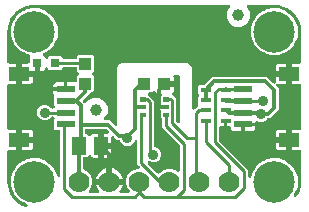
<source format=gbr>
G04 EAGLE Gerber RS-274X export*
G75*
%MOMM*%
%FSLAX34Y34*%
%LPD*%
%INTop Copper*%
%IPPOS*%
%AMOC8*
5,1,8,0,0,1.08239X$1,22.5*%
G01*
%ADD10R,1.240000X1.500000*%
%ADD11R,1.075000X1.000000*%
%ADD12R,0.900000X0.450000*%
%ADD13C,1.778000*%
%ADD14C,3.516000*%
%ADD15R,1.550000X0.600000*%
%ADD16R,1.800000X1.200000*%
%ADD17C,1.000000*%
%ADD18R,0.800000X0.800000*%
%ADD19C,0.015000*%
%ADD20R,1.000000X1.075000*%
%ADD21C,0.304800*%
%ADD22C,0.889000*%
%ADD23C,0.254000*%

G36*
X18442Y4018D02*
X18442Y4018D01*
X18575Y4026D01*
X18600Y4035D01*
X18627Y4037D01*
X18751Y4084D01*
X18877Y4125D01*
X18900Y4139D01*
X18925Y4148D01*
X19034Y4224D01*
X19146Y4295D01*
X19164Y4314D01*
X19186Y4330D01*
X19273Y4430D01*
X19364Y4527D01*
X19376Y4550D01*
X19394Y4570D01*
X19453Y4689D01*
X19517Y4805D01*
X19524Y4831D01*
X19536Y4855D01*
X19563Y4985D01*
X19596Y5113D01*
X19596Y5140D01*
X19602Y5166D01*
X19596Y5299D01*
X19597Y5431D01*
X19590Y5457D01*
X19589Y5484D01*
X19551Y5611D01*
X19518Y5739D01*
X19505Y5763D01*
X19497Y5788D01*
X19428Y5902D01*
X19365Y6018D01*
X19347Y6038D01*
X19333Y6060D01*
X19238Y6154D01*
X19147Y6250D01*
X19125Y6265D01*
X19106Y6283D01*
X18972Y6372D01*
X16215Y7964D01*
X16213Y7965D01*
X16210Y7967D01*
X16066Y8038D01*
X14290Y8773D01*
X13693Y9370D01*
X13626Y9422D01*
X13565Y9483D01*
X13451Y9558D01*
X13442Y9565D01*
X13438Y9567D01*
X13431Y9572D01*
X11929Y10439D01*
X10139Y12903D01*
X10126Y12917D01*
X10116Y12933D01*
X10009Y13054D01*
X8773Y14290D01*
X8357Y15296D01*
X8322Y15356D01*
X8297Y15420D01*
X8211Y15556D01*
X7008Y17211D01*
X6447Y19849D01*
X6436Y19883D01*
X6431Y19919D01*
X6379Y20071D01*
X5787Y21499D01*
X5787Y22822D01*
X5781Y22874D01*
X5783Y22926D01*
X5760Y23086D01*
X5268Y25400D01*
X5760Y27714D01*
X5764Y27767D01*
X5777Y27817D01*
X5787Y27978D01*
X5787Y29301D01*
X6379Y30729D01*
X6388Y30763D01*
X6404Y30795D01*
X6447Y30951D01*
X7008Y33589D01*
X8211Y35244D01*
X8244Y35305D01*
X8286Y35360D01*
X8357Y35504D01*
X8773Y36510D01*
X10009Y37746D01*
X10021Y37761D01*
X10036Y37773D01*
X10139Y37897D01*
X11929Y40361D01*
X13431Y41228D01*
X13499Y41280D01*
X13573Y41324D01*
X13675Y41414D01*
X13684Y41421D01*
X13687Y41424D01*
X13693Y41430D01*
X14290Y42027D01*
X16066Y42762D01*
X16068Y42764D01*
X16071Y42764D01*
X16215Y42836D01*
X19179Y44547D01*
X20598Y44696D01*
X20697Y44720D01*
X20799Y44734D01*
X20887Y44764D01*
X20908Y44769D01*
X20920Y44775D01*
X20951Y44786D01*
X21499Y45013D01*
X23543Y45013D01*
X23560Y45015D01*
X23676Y45020D01*
X27504Y45422D01*
X28573Y45075D01*
X28690Y45053D01*
X28805Y45023D01*
X28865Y45019D01*
X28885Y45015D01*
X28906Y45017D01*
X28965Y45013D01*
X29301Y45013D01*
X31209Y44223D01*
X31230Y44217D01*
X31303Y44188D01*
X35466Y42835D01*
X36078Y42285D01*
X36189Y42207D01*
X36297Y42126D01*
X36327Y42111D01*
X36339Y42103D01*
X36359Y42096D01*
X36441Y42055D01*
X36510Y42027D01*
X37805Y40732D01*
X37819Y40721D01*
X37853Y40686D01*
X41687Y37234D01*
X41900Y36756D01*
X41979Y36626D01*
X42250Y35971D01*
X42255Y35963D01*
X42263Y35941D01*
X45068Y29640D01*
X45096Y29594D01*
X45116Y29545D01*
X45178Y29459D01*
X45233Y29367D01*
X45271Y29330D01*
X45302Y29287D01*
X45384Y29219D01*
X45460Y29145D01*
X45506Y29118D01*
X45547Y29084D01*
X45644Y29039D01*
X45736Y28986D01*
X45787Y28972D01*
X45835Y28949D01*
X45939Y28929D01*
X46042Y28900D01*
X46095Y28899D01*
X46148Y28889D01*
X46254Y28896D01*
X46360Y28893D01*
X46412Y28906D01*
X46465Y28909D01*
X46566Y28942D01*
X46670Y28966D01*
X46717Y28990D01*
X46767Y29007D01*
X46857Y29064D01*
X46952Y29113D01*
X46991Y29149D01*
X47036Y29177D01*
X47109Y29255D01*
X47188Y29326D01*
X47218Y29370D01*
X47254Y29409D01*
X47305Y29502D01*
X47364Y29590D01*
X47382Y29641D01*
X47408Y29687D01*
X47434Y29790D01*
X47469Y29891D01*
X47474Y29944D01*
X47487Y29995D01*
X47497Y30156D01*
X47497Y67598D01*
X47482Y67716D01*
X47475Y67835D01*
X47462Y67873D01*
X47457Y67914D01*
X47414Y68024D01*
X47377Y68137D01*
X47355Y68172D01*
X47340Y68209D01*
X47271Y68305D01*
X47207Y68406D01*
X47177Y68434D01*
X47154Y68467D01*
X47062Y68543D01*
X46975Y68624D01*
X46940Y68644D01*
X46909Y68669D01*
X46801Y68720D01*
X46697Y68778D01*
X46657Y68788D01*
X46621Y68805D01*
X46504Y68827D01*
X46389Y68857D01*
X46329Y68861D01*
X46309Y68865D01*
X46288Y68863D01*
X46228Y68867D01*
X43218Y68867D01*
X42027Y70058D01*
X42027Y77742D01*
X42288Y78003D01*
X42361Y78097D01*
X42440Y78186D01*
X42458Y78222D01*
X42483Y78254D01*
X42530Y78363D01*
X42584Y78469D01*
X42593Y78509D01*
X42609Y78546D01*
X42628Y78663D01*
X42654Y78779D01*
X42653Y78820D01*
X42659Y78860D01*
X42648Y78979D01*
X42644Y79097D01*
X42633Y79136D01*
X42629Y79176D01*
X42589Y79288D01*
X42556Y79403D01*
X42535Y79438D01*
X42522Y79476D01*
X42455Y79574D01*
X42394Y79677D01*
X42354Y79722D01*
X42343Y79739D01*
X42328Y79752D01*
X42288Y79798D01*
X41860Y80226D01*
X41782Y80286D01*
X41709Y80354D01*
X41656Y80383D01*
X41608Y80420D01*
X41518Y80460D01*
X41431Y80508D01*
X41372Y80523D01*
X41317Y80547D01*
X41219Y80562D01*
X41123Y80587D01*
X41023Y80593D01*
X41002Y80597D01*
X40990Y80595D01*
X40962Y80597D01*
X40754Y80597D01*
X40656Y80585D01*
X40557Y80582D01*
X40498Y80565D01*
X40438Y80557D01*
X40346Y80521D01*
X40251Y80493D01*
X40199Y80463D01*
X40143Y80440D01*
X40063Y80382D01*
X39977Y80332D01*
X39902Y80266D01*
X39885Y80254D01*
X39878Y80244D01*
X39856Y80226D01*
X37959Y78328D01*
X35579Y77342D01*
X33001Y77342D01*
X30621Y78328D01*
X28798Y80151D01*
X27812Y82531D01*
X27812Y85109D01*
X28798Y87489D01*
X30621Y89312D01*
X33001Y90298D01*
X35579Y90298D01*
X37959Y89312D01*
X39696Y87574D01*
X39775Y87514D01*
X39847Y87446D01*
X39900Y87417D01*
X39948Y87380D01*
X40039Y87340D01*
X40125Y87292D01*
X40184Y87277D01*
X40240Y87253D01*
X40338Y87238D01*
X40433Y87213D01*
X40533Y87207D01*
X40554Y87203D01*
X40566Y87205D01*
X40594Y87203D01*
X40962Y87203D01*
X41060Y87215D01*
X41159Y87218D01*
X41218Y87235D01*
X41278Y87243D01*
X41370Y87279D01*
X41465Y87307D01*
X41517Y87337D01*
X41573Y87360D01*
X41654Y87418D01*
X41739Y87468D01*
X41814Y87534D01*
X41831Y87546D01*
X41839Y87556D01*
X41860Y87574D01*
X42288Y88003D01*
X42361Y88097D01*
X42440Y88186D01*
X42458Y88222D01*
X42483Y88254D01*
X42530Y88363D01*
X42584Y88469D01*
X42593Y88508D01*
X42609Y88546D01*
X42628Y88663D01*
X42654Y88779D01*
X42653Y88820D01*
X42659Y88860D01*
X42648Y88979D01*
X42644Y89097D01*
X42633Y89136D01*
X42629Y89176D01*
X42589Y89289D01*
X42556Y89403D01*
X42535Y89438D01*
X42522Y89476D01*
X42455Y89574D01*
X42394Y89677D01*
X42354Y89722D01*
X42343Y89739D01*
X42328Y89752D01*
X42288Y89798D01*
X42027Y90058D01*
X42027Y97767D01*
X42081Y97827D01*
X42099Y97863D01*
X42124Y97895D01*
X42171Y98004D01*
X42225Y98111D01*
X42234Y98150D01*
X42250Y98186D01*
X42269Y98304D01*
X42295Y98421D01*
X42293Y98461D01*
X42300Y98500D01*
X42289Y98619D01*
X42285Y98739D01*
X42274Y98777D01*
X42270Y98817D01*
X42230Y98929D01*
X42196Y99044D01*
X42176Y99079D01*
X42162Y99116D01*
X42115Y99186D01*
X42110Y99195D01*
X41692Y99919D01*
X41519Y100566D01*
X41519Y102401D01*
X51580Y102401D01*
X51698Y102416D01*
X51817Y102423D01*
X51855Y102435D01*
X51895Y102441D01*
X52006Y102484D01*
X52119Y102521D01*
X52153Y102543D01*
X52191Y102558D01*
X52287Y102627D01*
X52388Y102691D01*
X52416Y102721D01*
X52448Y102744D01*
X52524Y102836D01*
X52606Y102923D01*
X52625Y102958D01*
X52651Y102989D01*
X52671Y103033D01*
X52747Y103088D01*
X52848Y103151D01*
X52876Y103181D01*
X52909Y103205D01*
X52985Y103296D01*
X53066Y103383D01*
X53086Y103418D01*
X53111Y103450D01*
X53162Y103557D01*
X53220Y103662D01*
X53230Y103701D01*
X53247Y103737D01*
X53269Y103854D01*
X53299Y103970D01*
X53303Y104030D01*
X53307Y104050D01*
X53305Y104070D01*
X53309Y104130D01*
X53309Y109441D01*
X59895Y109441D01*
X59949Y109426D01*
X60074Y109409D01*
X60198Y109385D01*
X60231Y109387D01*
X60265Y109383D01*
X60390Y109397D01*
X60515Y109405D01*
X60547Y109415D01*
X60580Y109419D01*
X60698Y109464D01*
X60817Y109503D01*
X60846Y109521D01*
X60877Y109533D01*
X60980Y109606D01*
X61086Y109673D01*
X61109Y109698D01*
X61137Y109717D01*
X61218Y109813D01*
X61304Y109905D01*
X61320Y109934D01*
X61342Y109960D01*
X61397Y110073D01*
X61458Y110183D01*
X61466Y110216D01*
X61481Y110246D01*
X61506Y110370D01*
X61537Y110491D01*
X61540Y110540D01*
X61544Y110558D01*
X61543Y110580D01*
X61547Y110652D01*
X61547Y114557D01*
X62933Y115943D01*
X63006Y116037D01*
X63085Y116126D01*
X63103Y116162D01*
X63128Y116194D01*
X63175Y116303D01*
X63229Y116409D01*
X63238Y116448D01*
X63254Y116486D01*
X63273Y116603D01*
X63299Y116719D01*
X63298Y116760D01*
X63304Y116800D01*
X63293Y116918D01*
X63289Y117037D01*
X63278Y117076D01*
X63274Y117116D01*
X63234Y117228D01*
X63201Y117343D01*
X63180Y117378D01*
X63167Y117416D01*
X63100Y117514D01*
X63039Y117617D01*
X62999Y117662D01*
X62988Y117679D01*
X62973Y117692D01*
X62933Y117738D01*
X61547Y119123D01*
X61547Y121158D01*
X61532Y121276D01*
X61525Y121395D01*
X61512Y121433D01*
X61507Y121474D01*
X61464Y121584D01*
X61427Y121697D01*
X61405Y121732D01*
X61390Y121769D01*
X61321Y121865D01*
X61257Y121966D01*
X61227Y121994D01*
X61204Y122027D01*
X61112Y122103D01*
X61025Y122184D01*
X60990Y122204D01*
X60959Y122229D01*
X60851Y122280D01*
X60747Y122338D01*
X60707Y122348D01*
X60671Y122365D01*
X60554Y122387D01*
X60439Y122417D01*
X60379Y122421D01*
X60359Y122425D01*
X60338Y122423D01*
X60278Y122427D01*
X50362Y122427D01*
X50244Y122412D01*
X50125Y122405D01*
X50087Y122392D01*
X50046Y122387D01*
X49936Y122344D01*
X49823Y122307D01*
X49788Y122285D01*
X49751Y122270D01*
X49655Y122201D01*
X49554Y122137D01*
X49526Y122107D01*
X49493Y122084D01*
X49417Y121992D01*
X49336Y121905D01*
X49316Y121870D01*
X49291Y121839D01*
X49240Y121731D01*
X49182Y121627D01*
X49172Y121587D01*
X49155Y121551D01*
X49133Y121434D01*
X49103Y121319D01*
X49099Y121259D01*
X49095Y121239D01*
X49097Y121218D01*
X49093Y121158D01*
X49093Y120888D01*
X47902Y119697D01*
X38218Y119697D01*
X37016Y120899D01*
X37008Y120962D01*
X37008Y120964D01*
X37005Y121012D01*
X37001Y121024D01*
X36991Y121113D01*
X36988Y121119D01*
X36987Y121126D01*
X36931Y121268D01*
X36877Y121410D01*
X36873Y121416D01*
X36870Y121422D01*
X36781Y121545D01*
X36693Y121669D01*
X36688Y121674D01*
X36684Y121679D01*
X36565Y121777D01*
X36450Y121875D01*
X36444Y121878D01*
X36439Y121882D01*
X36302Y121946D01*
X36164Y122013D01*
X36157Y122015D01*
X36151Y122018D01*
X36003Y122046D01*
X35852Y122076D01*
X35845Y122076D01*
X35839Y122077D01*
X35687Y122068D01*
X35534Y122060D01*
X35528Y122058D01*
X35521Y122058D01*
X35376Y122011D01*
X35231Y121965D01*
X35225Y121962D01*
X35219Y121960D01*
X35090Y121878D01*
X34960Y121798D01*
X34956Y121793D01*
X34950Y121789D01*
X34845Y121678D01*
X34740Y121569D01*
X34737Y121563D01*
X34732Y121558D01*
X34658Y121424D01*
X34583Y121292D01*
X34581Y121283D01*
X34578Y121279D01*
X34576Y121269D01*
X34542Y121169D01*
X34542Y121168D01*
X34541Y121167D01*
X34532Y121139D01*
X34428Y120749D01*
X34093Y120170D01*
X33620Y119697D01*
X33041Y119362D01*
X32394Y119189D01*
X30059Y119189D01*
X30059Y125000D01*
X30044Y125118D01*
X30037Y125237D01*
X30024Y125275D01*
X30019Y125315D01*
X29976Y125426D01*
X29939Y125539D01*
X29917Y125573D01*
X29902Y125611D01*
X29833Y125707D01*
X29769Y125808D01*
X29739Y125836D01*
X29716Y125868D01*
X29624Y125944D01*
X29537Y126026D01*
X29502Y126045D01*
X29471Y126071D01*
X29363Y126122D01*
X29259Y126179D01*
X29219Y126189D01*
X29183Y126207D01*
X29066Y126229D01*
X28951Y126259D01*
X28891Y126263D01*
X28871Y126266D01*
X28850Y126265D01*
X28790Y126269D01*
X27330Y126269D01*
X27212Y126254D01*
X27093Y126247D01*
X27055Y126234D01*
X27014Y126229D01*
X26904Y126185D01*
X26791Y126149D01*
X26756Y126127D01*
X26719Y126112D01*
X26622Y126042D01*
X26522Y125979D01*
X26494Y125949D01*
X26461Y125925D01*
X26385Y125834D01*
X26304Y125747D01*
X26284Y125712D01*
X26259Y125680D01*
X26208Y125573D01*
X26150Y125468D01*
X26140Y125429D01*
X26123Y125393D01*
X26101Y125276D01*
X26071Y125160D01*
X26067Y125100D01*
X26063Y125080D01*
X26065Y125060D01*
X26061Y125000D01*
X26061Y119189D01*
X23726Y119189D01*
X22954Y119396D01*
X22869Y119408D01*
X22786Y119429D01*
X22650Y119438D01*
X22639Y119439D01*
X22635Y119439D01*
X22626Y119439D01*
X15349Y119439D01*
X15349Y125441D01*
X20250Y125441D01*
X20368Y125456D01*
X20487Y125463D01*
X20525Y125476D01*
X20566Y125481D01*
X20676Y125524D01*
X20789Y125561D01*
X20824Y125583D01*
X20861Y125598D01*
X20957Y125667D01*
X21058Y125731D01*
X21086Y125761D01*
X21119Y125784D01*
X21194Y125876D01*
X21276Y125963D01*
X21296Y125998D01*
X21321Y126029D01*
X21372Y126137D01*
X21430Y126241D01*
X21440Y126280D01*
X21457Y126317D01*
X21479Y126434D01*
X21509Y126549D01*
X21513Y126609D01*
X21517Y126629D01*
X21515Y126650D01*
X21519Y126710D01*
X21519Y130064D01*
X21692Y130711D01*
X21899Y131068D01*
X21916Y131108D01*
X21939Y131144D01*
X21977Y131254D01*
X22022Y131362D01*
X22028Y131404D01*
X22042Y131445D01*
X22052Y131561D01*
X22069Y131676D01*
X22064Y131719D01*
X22068Y131762D01*
X22048Y131877D01*
X22036Y131992D01*
X22021Y132033D01*
X22013Y132075D01*
X21965Y132181D01*
X21925Y132291D01*
X21900Y132326D01*
X21883Y132365D01*
X21810Y132456D01*
X21743Y132552D01*
X21711Y132580D01*
X21684Y132613D01*
X21591Y132683D01*
X21503Y132760D01*
X21464Y132779D01*
X21430Y132805D01*
X21285Y132876D01*
X20951Y133014D01*
X20852Y133041D01*
X20757Y133077D01*
X20665Y133092D01*
X20644Y133098D01*
X20631Y133098D01*
X20598Y133104D01*
X19179Y133253D01*
X16215Y134964D01*
X16213Y134965D01*
X16210Y134967D01*
X16066Y135038D01*
X14290Y135773D01*
X13693Y136370D01*
X13626Y136422D01*
X13565Y136483D01*
X13451Y136558D01*
X13442Y136565D01*
X13438Y136567D01*
X13431Y136572D01*
X11929Y137439D01*
X10139Y139903D01*
X10126Y139917D01*
X10116Y139933D01*
X10009Y140054D01*
X8773Y141290D01*
X8357Y142296D01*
X8322Y142356D01*
X8297Y142420D01*
X8211Y142556D01*
X7008Y144211D01*
X6447Y146849D01*
X6436Y146883D01*
X6431Y146919D01*
X6379Y147071D01*
X5787Y148499D01*
X5787Y149822D01*
X5781Y149874D01*
X5783Y149926D01*
X5760Y150086D01*
X5268Y152400D01*
X5760Y154714D01*
X5764Y154767D01*
X5777Y154817D01*
X5787Y154978D01*
X5787Y156301D01*
X6379Y157729D01*
X6388Y157763D01*
X6404Y157795D01*
X6447Y157951D01*
X7008Y160589D01*
X8211Y162244D01*
X8244Y162305D01*
X8286Y162360D01*
X8357Y162504D01*
X8773Y163510D01*
X10009Y164746D01*
X10021Y164761D01*
X10036Y164773D01*
X10139Y164897D01*
X11929Y167361D01*
X13431Y168228D01*
X13499Y168280D01*
X13573Y168324D01*
X13675Y168414D01*
X13684Y168421D01*
X13687Y168424D01*
X13693Y168430D01*
X14290Y169027D01*
X16066Y169762D01*
X16068Y169764D01*
X16071Y169764D01*
X16215Y169836D01*
X18972Y171428D01*
X18993Y171444D01*
X19017Y171455D01*
X19120Y171540D01*
X19166Y171575D01*
X19203Y171568D01*
X19229Y171569D01*
X19256Y171565D01*
X19416Y171572D01*
X20598Y171696D01*
X20698Y171720D01*
X20799Y171734D01*
X20887Y171764D01*
X20908Y171769D01*
X20920Y171775D01*
X20951Y171786D01*
X21499Y172013D01*
X23543Y172013D01*
X23560Y172015D01*
X23676Y172020D01*
X27504Y172422D01*
X28573Y172075D01*
X28690Y172053D01*
X28805Y172023D01*
X28865Y172019D01*
X28885Y172015D01*
X28906Y172017D01*
X28965Y172013D01*
X29301Y172013D01*
X31209Y171222D01*
X31230Y171217D01*
X31303Y171188D01*
X35466Y169835D01*
X36078Y169285D01*
X36123Y169253D01*
X36127Y169250D01*
X36133Y169246D01*
X36189Y169207D01*
X36297Y169126D01*
X36327Y169111D01*
X36339Y169103D01*
X36359Y169096D01*
X36441Y169055D01*
X36510Y169027D01*
X37805Y167732D01*
X37819Y167721D01*
X37853Y167686D01*
X41687Y164234D01*
X41900Y163756D01*
X41979Y163626D01*
X42250Y162971D01*
X42255Y162962D01*
X42263Y162941D01*
X45092Y156586D01*
X45092Y148214D01*
X42263Y141859D01*
X42260Y141849D01*
X42250Y141829D01*
X41994Y141211D01*
X41975Y141187D01*
X41970Y141179D01*
X41968Y141175D01*
X41963Y141164D01*
X41900Y141044D01*
X41687Y140566D01*
X37853Y137114D01*
X37841Y137100D01*
X37805Y137068D01*
X36510Y135773D01*
X36441Y135745D01*
X36324Y135678D01*
X36204Y135615D01*
X36177Y135594D01*
X36165Y135587D01*
X36150Y135572D01*
X36078Y135515D01*
X35466Y134965D01*
X33448Y134309D01*
X33352Y134264D01*
X33252Y134227D01*
X33208Y134196D01*
X33160Y134174D01*
X33078Y134106D01*
X32991Y134046D01*
X32956Y134005D01*
X32915Y133971D01*
X32852Y133885D01*
X32783Y133805D01*
X32759Y133757D01*
X32728Y133714D01*
X32689Y133615D01*
X32641Y133520D01*
X32630Y133468D01*
X32611Y133418D01*
X32597Y133313D01*
X32575Y133209D01*
X32577Y133156D01*
X32571Y133103D01*
X32584Y132998D01*
X32588Y132891D01*
X32604Y132840D01*
X32610Y132787D01*
X32649Y132689D01*
X32680Y132587D01*
X32707Y132541D01*
X32727Y132491D01*
X32789Y132405D01*
X32844Y132315D01*
X32882Y132277D01*
X32914Y132234D01*
X32995Y132166D01*
X33071Y132092D01*
X33142Y132045D01*
X33159Y132031D01*
X33173Y132024D01*
X33205Y132003D01*
X33620Y131763D01*
X34093Y131290D01*
X34428Y130711D01*
X34532Y130321D01*
X34590Y130180D01*
X34646Y130038D01*
X34650Y130033D01*
X34652Y130026D01*
X34744Y129903D01*
X34832Y129781D01*
X34838Y129776D01*
X34842Y129771D01*
X34959Y129676D01*
X35077Y129578D01*
X35084Y129575D01*
X35089Y129571D01*
X35228Y129507D01*
X35365Y129442D01*
X35372Y129441D01*
X35378Y129438D01*
X35529Y129411D01*
X35678Y129383D01*
X35684Y129383D01*
X35691Y129382D01*
X35843Y129393D01*
X35995Y129402D01*
X36001Y129405D01*
X36008Y129405D01*
X36154Y129454D01*
X36297Y129500D01*
X36303Y129504D01*
X36310Y129506D01*
X36438Y129589D01*
X36566Y129671D01*
X36571Y129676D01*
X36576Y129679D01*
X36679Y129790D01*
X36784Y129902D01*
X36787Y129908D01*
X36792Y129913D01*
X36864Y130047D01*
X36938Y130181D01*
X36939Y130187D01*
X36942Y130193D01*
X36979Y130342D01*
X37017Y130489D01*
X37018Y130498D01*
X37019Y130502D01*
X37019Y130513D01*
X37022Y130567D01*
X38218Y131763D01*
X47902Y131763D01*
X49093Y130572D01*
X49093Y130302D01*
X49108Y130184D01*
X49115Y130065D01*
X49128Y130027D01*
X49133Y129986D01*
X49176Y129876D01*
X49213Y129763D01*
X49235Y129728D01*
X49250Y129691D01*
X49319Y129595D01*
X49383Y129494D01*
X49413Y129466D01*
X49436Y129433D01*
X49528Y129357D01*
X49615Y129276D01*
X49650Y129256D01*
X49681Y129231D01*
X49789Y129180D01*
X49893Y129122D01*
X49933Y129112D01*
X49969Y129095D01*
X50086Y129073D01*
X50201Y129043D01*
X50261Y129039D01*
X50281Y129035D01*
X50302Y129037D01*
X50362Y129033D01*
X60278Y129033D01*
X60396Y129048D01*
X60515Y129055D01*
X60553Y129068D01*
X60594Y129073D01*
X60704Y129116D01*
X60817Y129153D01*
X60852Y129175D01*
X60889Y129190D01*
X60985Y129259D01*
X61086Y129323D01*
X61114Y129353D01*
X61147Y129376D01*
X61223Y129468D01*
X61304Y129555D01*
X61324Y129590D01*
X61349Y129621D01*
X61400Y129729D01*
X61458Y129833D01*
X61468Y129873D01*
X61485Y129909D01*
X61507Y130026D01*
X61537Y130141D01*
X61541Y130201D01*
X61545Y130221D01*
X61543Y130242D01*
X61547Y130302D01*
X61547Y131557D01*
X62738Y132748D01*
X74422Y132748D01*
X75613Y131557D01*
X75613Y119123D01*
X74227Y117738D01*
X74154Y117643D01*
X74075Y117554D01*
X74057Y117518D01*
X74032Y117486D01*
X73985Y117377D01*
X73931Y117271D01*
X73922Y117232D01*
X73906Y117194D01*
X73887Y117077D01*
X73861Y116961D01*
X73862Y116920D01*
X73856Y116880D01*
X73867Y116762D01*
X73871Y116643D01*
X73882Y116604D01*
X73886Y116564D01*
X73926Y116451D01*
X73959Y116337D01*
X73980Y116303D01*
X73993Y116264D01*
X74060Y116166D01*
X74121Y116063D01*
X74161Y116018D01*
X74172Y116001D01*
X74187Y115988D01*
X74227Y115943D01*
X75613Y114557D01*
X75613Y102123D01*
X74422Y100932D01*
X73406Y100932D01*
X73288Y100917D01*
X73169Y100910D01*
X73131Y100897D01*
X73090Y100892D01*
X72980Y100849D01*
X72867Y100812D01*
X72832Y100790D01*
X72795Y100775D01*
X72699Y100706D01*
X72598Y100642D01*
X72570Y100612D01*
X72537Y100589D01*
X72461Y100497D01*
X72380Y100410D01*
X72360Y100375D01*
X72335Y100344D01*
X72284Y100236D01*
X72226Y100132D01*
X72216Y100092D01*
X72199Y100056D01*
X72193Y100023D01*
X66967Y94797D01*
X66894Y94703D01*
X66816Y94614D01*
X66797Y94578D01*
X66773Y94546D01*
X66725Y94437D01*
X66671Y94331D01*
X66662Y94292D01*
X66646Y94254D01*
X66627Y94137D01*
X66601Y94021D01*
X66603Y93980D01*
X66596Y93940D01*
X66607Y93822D01*
X66611Y93703D01*
X66622Y93664D01*
X66626Y93624D01*
X66666Y93511D01*
X66700Y93397D01*
X66720Y93362D01*
X66734Y93324D01*
X66801Y93226D01*
X66861Y93123D01*
X66901Y93078D01*
X66912Y93061D01*
X66928Y93048D01*
X66967Y93002D01*
X67630Y92340D01*
X67729Y92263D01*
X67825Y92181D01*
X67855Y92166D01*
X67881Y92145D01*
X67997Y92095D01*
X68109Y92039D01*
X68142Y92032D01*
X68173Y92019D01*
X68297Y91999D01*
X68420Y91973D01*
X68454Y91974D01*
X68487Y91969D01*
X68613Y91980D01*
X68738Y91986D01*
X68770Y91995D01*
X68804Y91998D01*
X68922Y92041D01*
X69043Y92077D01*
X69072Y92095D01*
X69103Y92106D01*
X69207Y92177D01*
X69315Y92242D01*
X69339Y92266D01*
X69366Y92285D01*
X69449Y92379D01*
X69538Y92469D01*
X69565Y92509D01*
X69577Y92523D01*
X69587Y92542D01*
X69627Y92603D01*
X70213Y93617D01*
X74814Y96274D01*
X80126Y96274D01*
X84727Y93617D01*
X87384Y89016D01*
X87384Y83704D01*
X84738Y79121D01*
X84686Y78998D01*
X84630Y78879D01*
X84625Y78852D01*
X84614Y78827D01*
X84595Y78696D01*
X84570Y78566D01*
X84572Y78540D01*
X84568Y78513D01*
X84582Y78381D01*
X84590Y78249D01*
X84598Y78223D01*
X84601Y78197D01*
X84647Y78072D01*
X84688Y77947D01*
X84702Y77924D01*
X84712Y77898D01*
X84787Y77790D01*
X84858Y77678D01*
X84878Y77659D01*
X84893Y77637D01*
X84993Y77551D01*
X85090Y77460D01*
X85113Y77447D01*
X85134Y77429D01*
X85253Y77370D01*
X85368Y77306D01*
X85394Y77300D01*
X85419Y77288D01*
X85548Y77260D01*
X85676Y77227D01*
X85714Y77225D01*
X85730Y77221D01*
X85752Y77222D01*
X85837Y77217D01*
X89103Y77217D01*
X93650Y72670D01*
X93705Y72627D01*
X93753Y72577D01*
X93830Y72531D01*
X93901Y72475D01*
X93965Y72448D01*
X94024Y72411D01*
X94110Y72385D01*
X94193Y72349D01*
X94262Y72338D01*
X94328Y72318D01*
X94418Y72313D01*
X94507Y72299D01*
X94577Y72306D01*
X94646Y72302D01*
X94734Y72321D01*
X94823Y72329D01*
X94889Y72353D01*
X94957Y72367D01*
X95038Y72406D01*
X95123Y72437D01*
X95180Y72476D01*
X95243Y72506D01*
X95312Y72565D01*
X95386Y72615D01*
X95432Y72668D01*
X95485Y72713D01*
X95537Y72786D01*
X95596Y72854D01*
X95628Y72916D01*
X95668Y72973D01*
X95700Y73057D01*
X95741Y73137D01*
X95756Y73205D01*
X95781Y73270D01*
X95791Y73360D01*
X95811Y73447D01*
X95808Y73517D01*
X95816Y73586D01*
X95804Y73675D01*
X95801Y73765D01*
X95782Y73832D01*
X95772Y73901D01*
X95720Y74054D01*
X95249Y75189D01*
X95249Y121661D01*
X96023Y123528D01*
X97452Y124957D01*
X99319Y125731D01*
X154681Y125731D01*
X156548Y124957D01*
X157977Y123528D01*
X158751Y121661D01*
X158751Y87746D01*
X158768Y87608D01*
X158770Y87591D01*
X158773Y87538D01*
X158775Y87530D01*
X158781Y87469D01*
X158788Y87450D01*
X158791Y87430D01*
X158842Y87301D01*
X158889Y87170D01*
X158900Y87153D01*
X158908Y87135D01*
X158989Y87022D01*
X159067Y86907D01*
X159083Y86894D01*
X159094Y86877D01*
X159202Y86788D01*
X159306Y86696D01*
X159324Y86687D01*
X159339Y86674D01*
X159465Y86615D01*
X159589Y86552D01*
X159609Y86547D01*
X159627Y86539D01*
X159763Y86513D01*
X159899Y86482D01*
X159920Y86483D01*
X159939Y86479D01*
X160078Y86488D01*
X160217Y86492D01*
X160237Y86498D01*
X160257Y86499D01*
X160389Y86542D01*
X160523Y86580D01*
X160540Y86591D01*
X160559Y86597D01*
X160677Y86671D01*
X160797Y86742D01*
X160818Y86760D01*
X160828Y86767D01*
X160842Y86782D01*
X160918Y86848D01*
X161235Y87166D01*
X161236Y87166D01*
X163695Y89626D01*
X163768Y89720D01*
X163847Y89809D01*
X163865Y89845D01*
X163890Y89877D01*
X163937Y89986D01*
X163991Y90092D01*
X164000Y90131D01*
X164016Y90169D01*
X164035Y90286D01*
X164061Y90402D01*
X164060Y90443D01*
X164066Y90483D01*
X164055Y90601D01*
X164051Y90720D01*
X164040Y90759D01*
X164037Y90787D01*
X164037Y97262D01*
X164548Y97772D01*
X164621Y97866D01*
X164700Y97956D01*
X164718Y97992D01*
X164743Y98024D01*
X164790Y98133D01*
X164844Y98239D01*
X164853Y98278D01*
X164869Y98316D01*
X164888Y98433D01*
X164914Y98549D01*
X164913Y98590D01*
X164919Y98630D01*
X164908Y98748D01*
X164904Y98867D01*
X164893Y98906D01*
X164889Y98946D01*
X164849Y99058D01*
X164816Y99173D01*
X164795Y99208D01*
X164782Y99246D01*
X164715Y99344D01*
X164654Y99447D01*
X164614Y99492D01*
X164603Y99509D01*
X164588Y99522D01*
X164548Y99567D01*
X164037Y100078D01*
X164037Y106262D01*
X165228Y107453D01*
X169297Y107453D01*
X169395Y107465D01*
X169494Y107468D01*
X169552Y107485D01*
X169613Y107493D01*
X169705Y107529D01*
X169800Y107557D01*
X169852Y107587D01*
X169908Y107610D01*
X169988Y107668D01*
X170074Y107718D01*
X170149Y107784D01*
X170166Y107796D01*
X170173Y107806D01*
X170195Y107824D01*
X176417Y114047D01*
X222453Y114047D01*
X227660Y108840D01*
X227775Y108751D01*
X227888Y108659D01*
X227900Y108654D01*
X227911Y108646D01*
X228045Y108588D01*
X228177Y108527D01*
X228190Y108525D01*
X228203Y108519D01*
X228347Y108496D01*
X228490Y108470D01*
X228503Y108471D01*
X228517Y108469D01*
X228663Y108483D01*
X228807Y108494D01*
X228820Y108498D01*
X228833Y108499D01*
X228971Y108548D01*
X229109Y108595D01*
X229120Y108602D01*
X229133Y108607D01*
X229253Y108689D01*
X229375Y108768D01*
X229385Y108778D01*
X229396Y108785D01*
X229492Y108895D01*
X229591Y109002D01*
X229597Y109014D01*
X229606Y109024D01*
X229672Y109153D01*
X229742Y109282D01*
X229745Y109295D01*
X229751Y109307D01*
X229783Y109449D01*
X229818Y109591D01*
X229818Y109604D01*
X229821Y109617D01*
X229816Y109763D01*
X229815Y109909D01*
X229811Y109927D01*
X229811Y109935D01*
X229806Y109952D01*
X229783Y110067D01*
X229649Y110566D01*
X229649Y114361D01*
X238651Y114361D01*
X238651Y108359D01*
X231856Y108359D01*
X231357Y108493D01*
X231212Y108513D01*
X231068Y108536D01*
X231055Y108534D01*
X231041Y108536D01*
X230897Y108520D01*
X230752Y108506D01*
X230739Y108501D01*
X230726Y108500D01*
X230590Y108448D01*
X230452Y108398D01*
X230441Y108391D01*
X230429Y108386D01*
X230310Y108302D01*
X230189Y108220D01*
X230180Y108210D01*
X230169Y108202D01*
X230075Y108090D01*
X229979Y107981D01*
X229973Y107969D01*
X229964Y107959D01*
X229900Y107827D01*
X229834Y107698D01*
X229831Y107685D01*
X229825Y107673D01*
X229796Y107529D01*
X229764Y107388D01*
X229765Y107374D01*
X229762Y107361D01*
X229770Y107215D01*
X229774Y107070D01*
X229778Y107057D01*
X229779Y107043D01*
X229822Y106904D01*
X229863Y106764D01*
X229869Y106753D01*
X229873Y106740D01*
X229950Y106616D01*
X230024Y106490D01*
X230036Y106476D01*
X230041Y106469D01*
X230053Y106458D01*
X230130Y106370D01*
X232157Y104343D01*
X232157Y86157D01*
X225103Y79103D01*
X223300Y79103D01*
X223202Y79091D01*
X223103Y79088D01*
X223044Y79071D01*
X222984Y79063D01*
X222892Y79027D01*
X222797Y79000D01*
X222745Y78969D01*
X222689Y78946D01*
X222608Y78888D01*
X222523Y78838D01*
X222448Y78772D01*
X222431Y78760D01*
X222424Y78750D01*
X222402Y78732D01*
X220839Y77168D01*
X218459Y76182D01*
X215881Y76182D01*
X214236Y76864D01*
X214188Y76877D01*
X214143Y76898D01*
X214035Y76919D01*
X213929Y76948D01*
X213879Y76949D01*
X213830Y76958D01*
X213721Y76951D01*
X213611Y76953D01*
X213563Y76941D01*
X213513Y76938D01*
X213409Y76905D01*
X213302Y76879D01*
X213258Y76856D01*
X213211Y76840D01*
X213118Y76782D01*
X213021Y76730D01*
X212984Y76697D01*
X212942Y76670D01*
X212867Y76590D01*
X212785Y76516D01*
X212758Y76475D01*
X212724Y76439D01*
X212671Y76342D01*
X212611Y76251D01*
X212594Y76204D01*
X212570Y76160D01*
X212543Y76054D01*
X212507Y75950D01*
X212503Y75900D01*
X212491Y75852D01*
X212481Y75691D01*
X212481Y75399D01*
X202420Y75399D01*
X202302Y75384D01*
X202183Y75377D01*
X202145Y75364D01*
X202105Y75359D01*
X201994Y75316D01*
X201881Y75279D01*
X201847Y75257D01*
X201809Y75242D01*
X201713Y75173D01*
X201612Y75109D01*
X201584Y75079D01*
X201552Y75056D01*
X201476Y74964D01*
X201394Y74877D01*
X201375Y74842D01*
X201349Y74811D01*
X201329Y74768D01*
X201252Y74712D01*
X201152Y74649D01*
X201124Y74619D01*
X201091Y74595D01*
X201015Y74504D01*
X200934Y74417D01*
X200914Y74382D01*
X200889Y74350D01*
X200838Y74243D01*
X200780Y74138D01*
X200770Y74099D01*
X200753Y74063D01*
X200731Y73946D01*
X200701Y73830D01*
X200697Y73770D01*
X200693Y73750D01*
X200695Y73730D01*
X200691Y73670D01*
X200691Y68359D01*
X194106Y68359D01*
X193459Y68532D01*
X192880Y68867D01*
X192407Y69340D01*
X192072Y69919D01*
X191899Y70566D01*
X191899Y71110D01*
X191884Y71228D01*
X191877Y71347D01*
X191864Y71385D01*
X191859Y71426D01*
X191816Y71536D01*
X191779Y71649D01*
X191757Y71684D01*
X191742Y71721D01*
X191673Y71817D01*
X191609Y71918D01*
X191579Y71946D01*
X191556Y71979D01*
X191464Y72055D01*
X191377Y72136D01*
X191342Y72156D01*
X191311Y72181D01*
X191203Y72232D01*
X191099Y72290D01*
X191059Y72300D01*
X191023Y72317D01*
X190906Y72339D01*
X190791Y72369D01*
X190731Y72373D01*
X190711Y72377D01*
X190690Y72375D01*
X190630Y72379D01*
X188839Y72379D01*
X188839Y77170D01*
X188824Y77288D01*
X188817Y77407D01*
X188805Y77445D01*
X188800Y77485D01*
X188756Y77596D01*
X188719Y77709D01*
X188697Y77743D01*
X188683Y77781D01*
X188613Y77877D01*
X188549Y77978D01*
X188519Y78006D01*
X188496Y78038D01*
X188404Y78114D01*
X188317Y78196D01*
X188282Y78215D01*
X188251Y78241D01*
X188143Y78292D01*
X188039Y78349D01*
X188000Y78359D01*
X187963Y78377D01*
X187846Y78399D01*
X187731Y78429D01*
X187671Y78433D01*
X187651Y78436D01*
X187650Y78436D01*
X187630Y78435D01*
X187570Y78439D01*
X187452Y78424D01*
X187333Y78417D01*
X187294Y78404D01*
X187254Y78399D01*
X187144Y78355D01*
X187030Y78319D01*
X186996Y78297D01*
X186959Y78282D01*
X186862Y78212D01*
X186762Y78148D01*
X186734Y78119D01*
X186701Y78095D01*
X186625Y78003D01*
X186544Y77917D01*
X186524Y77881D01*
X186498Y77850D01*
X186448Y77743D01*
X186390Y77638D01*
X186380Y77599D01*
X186363Y77563D01*
X186341Y77446D01*
X186311Y77330D01*
X186307Y77270D01*
X186303Y77250D01*
X186304Y77230D01*
X186301Y77170D01*
X186301Y72379D01*
X182944Y72379D01*
X182826Y72364D01*
X182707Y72357D01*
X182669Y72344D01*
X182628Y72339D01*
X182518Y72296D01*
X182405Y72259D01*
X182370Y72237D01*
X182333Y72222D01*
X182237Y72153D01*
X182136Y72089D01*
X182108Y72059D01*
X182075Y72036D01*
X181999Y71944D01*
X181918Y71857D01*
X181898Y71822D01*
X181873Y71791D01*
X181822Y71683D01*
X181764Y71579D01*
X181754Y71539D01*
X181737Y71503D01*
X181715Y71386D01*
X181685Y71271D01*
X181681Y71211D01*
X181677Y71191D01*
X181679Y71170D01*
X181675Y71110D01*
X181675Y61012D01*
X181687Y60914D01*
X181690Y60815D01*
X181707Y60756D01*
X181715Y60696D01*
X181751Y60604D01*
X181779Y60509D01*
X181809Y60457D01*
X181832Y60401D01*
X181890Y60321D01*
X181940Y60235D01*
X182006Y60160D01*
X182018Y60143D01*
X182028Y60135D01*
X182046Y60114D01*
X206503Y35658D01*
X206503Y29684D01*
X206511Y29615D01*
X206510Y29545D01*
X206531Y29458D01*
X206543Y29368D01*
X206568Y29304D01*
X206585Y29236D01*
X206627Y29156D01*
X206660Y29073D01*
X206701Y29016D01*
X206733Y28955D01*
X206794Y28888D01*
X206846Y28815D01*
X206900Y28771D01*
X206947Y28719D01*
X207022Y28670D01*
X207091Y28613D01*
X207155Y28583D01*
X207213Y28544D01*
X207298Y28515D01*
X207379Y28477D01*
X207448Y28464D01*
X207514Y28441D01*
X207603Y28434D01*
X207691Y28417D01*
X207761Y28422D01*
X207831Y28416D01*
X207919Y28431D01*
X208009Y28437D01*
X208075Y28458D01*
X208144Y28470D01*
X208226Y28507D01*
X208311Y28535D01*
X208370Y28572D01*
X208434Y28601D01*
X208504Y28657D01*
X208580Y28705D01*
X208628Y28756D01*
X208682Y28800D01*
X208736Y28871D01*
X208798Y28937D01*
X208832Y28998D01*
X208874Y29054D01*
X208945Y29198D01*
X209579Y30729D01*
X209588Y30763D01*
X209604Y30795D01*
X209647Y30951D01*
X210208Y33589D01*
X211411Y35244D01*
X211444Y35305D01*
X211486Y35360D01*
X211557Y35504D01*
X211973Y36510D01*
X213209Y37746D01*
X213221Y37761D01*
X213236Y37773D01*
X213339Y37897D01*
X215129Y40361D01*
X216631Y41228D01*
X216699Y41280D01*
X216773Y41324D01*
X216875Y41414D01*
X216884Y41421D01*
X216887Y41424D01*
X216893Y41430D01*
X217490Y42027D01*
X219266Y42762D01*
X219268Y42764D01*
X219271Y42764D01*
X219415Y42836D01*
X222379Y44547D01*
X223798Y44696D01*
X223897Y44720D01*
X223999Y44734D01*
X224087Y44764D01*
X224108Y44769D01*
X224120Y44775D01*
X224151Y44786D01*
X224699Y45013D01*
X226743Y45013D01*
X226760Y45015D01*
X226876Y45020D01*
X230704Y45422D01*
X231773Y45075D01*
X231890Y45053D01*
X232005Y45023D01*
X232065Y45019D01*
X232085Y45015D01*
X232106Y45017D01*
X232165Y45013D01*
X232501Y45013D01*
X234409Y44223D01*
X234430Y44217D01*
X234503Y44188D01*
X238666Y42835D01*
X239278Y42285D01*
X239389Y42207D01*
X239497Y42126D01*
X239527Y42111D01*
X239539Y42103D01*
X239559Y42096D01*
X239641Y42055D01*
X239710Y42027D01*
X241005Y40732D01*
X241019Y40721D01*
X241053Y40686D01*
X244887Y37234D01*
X245100Y36756D01*
X245179Y36626D01*
X245450Y35971D01*
X245455Y35963D01*
X245463Y35941D01*
X248292Y29586D01*
X248292Y21214D01*
X245463Y14859D01*
X245460Y14849D01*
X245450Y14829D01*
X245194Y14211D01*
X245175Y14187D01*
X245170Y14178D01*
X245168Y14175D01*
X245163Y14165D01*
X245100Y14044D01*
X244985Y13785D01*
X244977Y13759D01*
X244964Y13736D01*
X244931Y13607D01*
X244893Y13480D01*
X244892Y13454D01*
X244885Y13428D01*
X244885Y13295D01*
X244879Y13163D01*
X244885Y13136D01*
X244885Y13110D01*
X244918Y12981D01*
X244945Y12851D01*
X244957Y12828D01*
X244964Y12802D01*
X245028Y12686D01*
X245087Y12567D01*
X245104Y12546D01*
X245117Y12523D01*
X245207Y12426D01*
X245294Y12326D01*
X245316Y12310D01*
X245334Y12291D01*
X245446Y12220D01*
X245555Y12144D01*
X245580Y12135D01*
X245603Y12120D01*
X245729Y12079D01*
X245853Y12033D01*
X245880Y12030D01*
X245905Y12022D01*
X246038Y12014D01*
X246170Y12000D01*
X246196Y12003D01*
X246223Y12002D01*
X246353Y12026D01*
X246484Y12046D01*
X246509Y12056D01*
X246535Y12061D01*
X246655Y12117D01*
X246778Y12169D01*
X246799Y12185D01*
X246823Y12196D01*
X246925Y12281D01*
X247031Y12361D01*
X247048Y12382D01*
X247068Y12398D01*
X247171Y12522D01*
X248864Y14852D01*
X248921Y14956D01*
X248985Y15056D01*
X249007Y15113D01*
X249017Y15131D01*
X249022Y15151D01*
X249044Y15206D01*
X251131Y21630D01*
X251144Y21698D01*
X251167Y21764D01*
X251190Y21923D01*
X251455Y25300D01*
X251454Y25322D01*
X251459Y25400D01*
X251459Y51090D01*
X251444Y51208D01*
X251437Y51327D01*
X251424Y51365D01*
X251419Y51406D01*
X251376Y51516D01*
X251339Y51629D01*
X251317Y51664D01*
X251302Y51701D01*
X251233Y51797D01*
X251169Y51898D01*
X251139Y51926D01*
X251116Y51959D01*
X251024Y52035D01*
X250937Y52116D01*
X250902Y52136D01*
X250871Y52161D01*
X250763Y52212D01*
X250659Y52270D01*
X250619Y52280D01*
X250583Y52297D01*
X250466Y52319D01*
X250351Y52349D01*
X250291Y52353D01*
X250271Y52357D01*
X250250Y52355D01*
X250190Y52359D01*
X243729Y52359D01*
X243729Y59630D01*
X243714Y59748D01*
X243707Y59867D01*
X243694Y59905D01*
X243689Y59945D01*
X243645Y60056D01*
X243609Y60169D01*
X243587Y60204D01*
X243572Y60241D01*
X243502Y60337D01*
X243439Y60438D01*
X243409Y60466D01*
X243385Y60498D01*
X243294Y60574D01*
X243207Y60656D01*
X243172Y60675D01*
X243140Y60701D01*
X243033Y60752D01*
X242929Y60809D01*
X242889Y60820D01*
X242853Y60837D01*
X242736Y60859D01*
X242621Y60889D01*
X242560Y60893D01*
X242540Y60897D01*
X242520Y60895D01*
X242460Y60899D01*
X241189Y60899D01*
X241189Y60901D01*
X242460Y60901D01*
X242578Y60916D01*
X242697Y60923D01*
X242735Y60936D01*
X242775Y60941D01*
X242886Y60985D01*
X242999Y61021D01*
X243034Y61043D01*
X243071Y61058D01*
X243167Y61128D01*
X243268Y61191D01*
X243296Y61221D01*
X243328Y61245D01*
X243404Y61336D01*
X243486Y61423D01*
X243505Y61458D01*
X243531Y61490D01*
X243582Y61597D01*
X243639Y61701D01*
X243650Y61741D01*
X243667Y61777D01*
X243689Y61894D01*
X243719Y62009D01*
X243723Y62070D01*
X243727Y62090D01*
X243725Y62110D01*
X243729Y62170D01*
X243729Y69441D01*
X250190Y69441D01*
X250308Y69456D01*
X250427Y69463D01*
X250465Y69476D01*
X250506Y69481D01*
X250616Y69524D01*
X250729Y69561D01*
X250764Y69583D01*
X250801Y69598D01*
X250898Y69668D01*
X250998Y69731D01*
X251026Y69761D01*
X251059Y69784D01*
X251135Y69876D01*
X251216Y69963D01*
X251236Y69998D01*
X251261Y70029D01*
X251312Y70137D01*
X251370Y70241D01*
X251380Y70280D01*
X251397Y70317D01*
X251419Y70434D01*
X251449Y70549D01*
X251453Y70609D01*
X251457Y70629D01*
X251455Y70650D01*
X251459Y70710D01*
X251459Y107090D01*
X251444Y107208D01*
X251437Y107327D01*
X251424Y107365D01*
X251419Y107406D01*
X251376Y107516D01*
X251339Y107629D01*
X251317Y107664D01*
X251302Y107701D01*
X251233Y107797D01*
X251169Y107898D01*
X251139Y107926D01*
X251116Y107959D01*
X251024Y108035D01*
X250937Y108116D01*
X250902Y108136D01*
X250871Y108161D01*
X250763Y108212D01*
X250659Y108270D01*
X250619Y108280D01*
X250583Y108297D01*
X250466Y108319D01*
X250351Y108349D01*
X250291Y108353D01*
X250271Y108357D01*
X250250Y108355D01*
X250190Y108359D01*
X243729Y108359D01*
X243729Y115630D01*
X243714Y115748D01*
X243707Y115867D01*
X243694Y115905D01*
X243689Y115945D01*
X243645Y116056D01*
X243609Y116169D01*
X243587Y116204D01*
X243572Y116241D01*
X243502Y116337D01*
X243439Y116438D01*
X243409Y116466D01*
X243385Y116498D01*
X243294Y116574D01*
X243207Y116656D01*
X243172Y116675D01*
X243140Y116701D01*
X243033Y116752D01*
X242929Y116809D01*
X242889Y116820D01*
X242853Y116837D01*
X242736Y116859D01*
X242621Y116889D01*
X242560Y116893D01*
X242540Y116897D01*
X242520Y116895D01*
X242460Y116899D01*
X241189Y116899D01*
X241189Y116901D01*
X242460Y116901D01*
X242578Y116916D01*
X242697Y116923D01*
X242735Y116936D01*
X242775Y116941D01*
X242886Y116985D01*
X242999Y117021D01*
X243034Y117043D01*
X243071Y117058D01*
X243167Y117128D01*
X243268Y117191D01*
X243296Y117221D01*
X243328Y117245D01*
X243404Y117336D01*
X243486Y117423D01*
X243505Y117458D01*
X243531Y117490D01*
X243582Y117597D01*
X243639Y117701D01*
X243650Y117741D01*
X243667Y117777D01*
X243689Y117894D01*
X243719Y118009D01*
X243723Y118070D01*
X243727Y118090D01*
X243725Y118110D01*
X243729Y118170D01*
X243729Y125441D01*
X250190Y125441D01*
X250308Y125456D01*
X250427Y125463D01*
X250465Y125476D01*
X250506Y125481D01*
X250616Y125524D01*
X250729Y125561D01*
X250764Y125583D01*
X250801Y125598D01*
X250898Y125668D01*
X250998Y125731D01*
X251026Y125761D01*
X251059Y125784D01*
X251135Y125876D01*
X251216Y125963D01*
X251236Y125998D01*
X251261Y126029D01*
X251312Y126137D01*
X251370Y126241D01*
X251380Y126280D01*
X251397Y126317D01*
X251419Y126434D01*
X251449Y126549D01*
X251453Y126609D01*
X251457Y126629D01*
X251455Y126650D01*
X251459Y126710D01*
X251459Y152400D01*
X251457Y152422D01*
X251455Y152500D01*
X251190Y155877D01*
X251176Y155945D01*
X251171Y156014D01*
X251131Y156170D01*
X249044Y162594D01*
X248993Y162701D01*
X248950Y162812D01*
X248917Y162863D01*
X248909Y162882D01*
X248896Y162897D01*
X248864Y162948D01*
X247171Y165278D01*
X247153Y165297D01*
X247139Y165320D01*
X247044Y165413D01*
X246953Y165509D01*
X246931Y165524D01*
X246912Y165542D01*
X246798Y165608D01*
X246792Y165624D01*
X246789Y165651D01*
X246740Y165775D01*
X246697Y165900D01*
X246682Y165922D01*
X246672Y165947D01*
X246586Y166083D01*
X244893Y168412D01*
X244812Y168499D01*
X244736Y168591D01*
X244690Y168629D01*
X244676Y168644D01*
X244658Y168655D01*
X244612Y168693D01*
X239148Y172664D01*
X239044Y172721D01*
X238944Y172785D01*
X238887Y172807D01*
X238869Y172817D01*
X238849Y172822D01*
X238794Y172844D01*
X232370Y174931D01*
X232302Y174944D01*
X232236Y174967D01*
X232077Y174990D01*
X228700Y175255D01*
X228678Y175254D01*
X228600Y175259D01*
X206634Y175259D01*
X206502Y175243D01*
X206370Y175232D01*
X206345Y175223D01*
X206318Y175219D01*
X206195Y175171D01*
X206070Y175127D01*
X206047Y175112D01*
X206022Y175102D01*
X205915Y175025D01*
X205805Y174951D01*
X205787Y174931D01*
X205765Y174916D01*
X205680Y174813D01*
X205592Y174715D01*
X205579Y174691D01*
X205562Y174671D01*
X205506Y174551D01*
X205444Y174434D01*
X205438Y174407D01*
X205427Y174383D01*
X205402Y174253D01*
X205371Y174124D01*
X205372Y174097D01*
X205367Y174071D01*
X205375Y173939D01*
X205378Y173806D01*
X205385Y173780D01*
X205387Y173753D01*
X205427Y173627D01*
X205463Y173500D01*
X205480Y173465D01*
X205485Y173451D01*
X205496Y173432D01*
X205534Y173355D01*
X208034Y169026D01*
X208034Y163714D01*
X205377Y159113D01*
X200776Y156456D01*
X195464Y156456D01*
X190863Y159113D01*
X188206Y163714D01*
X188206Y169026D01*
X190706Y173355D01*
X190757Y173478D01*
X190813Y173597D01*
X190818Y173624D01*
X190829Y173649D01*
X190848Y173780D01*
X190873Y173910D01*
X190871Y173936D01*
X190875Y173963D01*
X190862Y174095D01*
X190853Y174227D01*
X190845Y174253D01*
X190842Y174279D01*
X190796Y174404D01*
X190755Y174529D01*
X190741Y174552D01*
X190731Y174578D01*
X190656Y174686D01*
X190585Y174798D01*
X190565Y174817D01*
X190550Y174839D01*
X190450Y174925D01*
X190354Y175016D01*
X190330Y175029D01*
X190309Y175047D01*
X190191Y175106D01*
X190075Y175170D01*
X190049Y175176D01*
X190025Y175188D01*
X189895Y175216D01*
X189767Y175249D01*
X189729Y175251D01*
X189714Y175255D01*
X189692Y175254D01*
X189606Y175259D01*
X25400Y175259D01*
X25378Y175257D01*
X25300Y175255D01*
X21923Y174990D01*
X21855Y174976D01*
X21786Y174971D01*
X21630Y174931D01*
X18892Y174041D01*
X18867Y174030D01*
X18841Y174024D01*
X18724Y173963D01*
X18604Y173906D01*
X18583Y173889D01*
X18560Y173877D01*
X18462Y173789D01*
X18445Y173788D01*
X18418Y173793D01*
X18286Y173785D01*
X18153Y173783D01*
X18128Y173775D01*
X18101Y173774D01*
X17945Y173734D01*
X15206Y172844D01*
X15099Y172793D01*
X14988Y172750D01*
X14937Y172717D01*
X14918Y172709D01*
X14903Y172696D01*
X14852Y172664D01*
X9388Y168693D01*
X9301Y168612D01*
X9209Y168536D01*
X9171Y168490D01*
X9156Y168476D01*
X9145Y168458D01*
X9107Y168412D01*
X5136Y162948D01*
X5079Y162844D01*
X5015Y162744D01*
X4993Y162687D01*
X4983Y162669D01*
X4978Y162649D01*
X4956Y162594D01*
X2869Y156170D01*
X2856Y156102D01*
X2833Y156036D01*
X2810Y155877D01*
X2545Y152500D01*
X2546Y152478D01*
X2541Y152400D01*
X2541Y126710D01*
X2556Y126592D01*
X2563Y126473D01*
X2576Y126435D01*
X2581Y126394D01*
X2624Y126284D01*
X2661Y126171D01*
X2683Y126136D01*
X2698Y126099D01*
X2768Y126002D01*
X2831Y125902D01*
X2861Y125874D01*
X2884Y125841D01*
X2976Y125765D01*
X3063Y125684D01*
X3098Y125664D01*
X3129Y125639D01*
X3237Y125588D01*
X3341Y125530D01*
X3381Y125520D01*
X3417Y125503D01*
X3534Y125481D01*
X3649Y125451D01*
X3709Y125447D01*
X3729Y125443D01*
X3750Y125445D01*
X3810Y125441D01*
X10271Y125441D01*
X10271Y118170D01*
X10286Y118052D01*
X10293Y117933D01*
X10306Y117895D01*
X10311Y117855D01*
X10354Y117744D01*
X10391Y117631D01*
X10413Y117596D01*
X10428Y117559D01*
X10498Y117463D01*
X10561Y117362D01*
X10591Y117334D01*
X10615Y117302D01*
X10706Y117226D01*
X10793Y117144D01*
X10828Y117125D01*
X10859Y117099D01*
X10967Y117048D01*
X11071Y116991D01*
X11111Y116980D01*
X11147Y116963D01*
X11264Y116941D01*
X11379Y116911D01*
X11440Y116907D01*
X11460Y116903D01*
X11480Y116905D01*
X11540Y116901D01*
X12811Y116901D01*
X12811Y116899D01*
X11540Y116899D01*
X11422Y116884D01*
X11303Y116877D01*
X11265Y116864D01*
X11225Y116859D01*
X11114Y116815D01*
X11001Y116779D01*
X10966Y116757D01*
X10929Y116742D01*
X10833Y116672D01*
X10732Y116609D01*
X10704Y116579D01*
X10671Y116555D01*
X10596Y116464D01*
X10514Y116377D01*
X10494Y116342D01*
X10469Y116310D01*
X10418Y116203D01*
X10360Y116099D01*
X10350Y116059D01*
X10333Y116023D01*
X10311Y115906D01*
X10281Y115791D01*
X10277Y115730D01*
X10273Y115710D01*
X10275Y115690D01*
X10271Y115630D01*
X10271Y108359D01*
X3810Y108359D01*
X3692Y108344D01*
X3573Y108337D01*
X3535Y108324D01*
X3494Y108319D01*
X3384Y108276D01*
X3271Y108239D01*
X3236Y108217D01*
X3199Y108202D01*
X3103Y108133D01*
X3002Y108069D01*
X2974Y108039D01*
X2941Y108016D01*
X2865Y107924D01*
X2784Y107837D01*
X2764Y107802D01*
X2739Y107771D01*
X2688Y107663D01*
X2630Y107559D01*
X2620Y107519D01*
X2603Y107483D01*
X2581Y107366D01*
X2551Y107251D01*
X2547Y107191D01*
X2543Y107171D01*
X2545Y107150D01*
X2541Y107090D01*
X2541Y70710D01*
X2556Y70592D01*
X2563Y70473D01*
X2576Y70435D01*
X2581Y70394D01*
X2624Y70284D01*
X2661Y70171D01*
X2683Y70136D01*
X2698Y70099D01*
X2768Y70002D01*
X2831Y69902D01*
X2861Y69874D01*
X2884Y69841D01*
X2976Y69765D01*
X3063Y69684D01*
X3098Y69664D01*
X3129Y69639D01*
X3237Y69588D01*
X3341Y69530D01*
X3381Y69520D01*
X3417Y69503D01*
X3534Y69481D01*
X3649Y69451D01*
X3709Y69447D01*
X3729Y69443D01*
X3750Y69445D01*
X3810Y69441D01*
X10271Y69441D01*
X10271Y62170D01*
X10286Y62052D01*
X10293Y61933D01*
X10306Y61895D01*
X10311Y61855D01*
X10354Y61744D01*
X10391Y61631D01*
X10413Y61596D01*
X10428Y61559D01*
X10498Y61463D01*
X10561Y61362D01*
X10591Y61334D01*
X10615Y61302D01*
X10706Y61226D01*
X10793Y61144D01*
X10828Y61125D01*
X10859Y61099D01*
X10967Y61048D01*
X11071Y60991D01*
X11111Y60980D01*
X11147Y60963D01*
X11264Y60941D01*
X11379Y60911D01*
X11440Y60907D01*
X11460Y60903D01*
X11480Y60905D01*
X11540Y60901D01*
X12811Y60901D01*
X12811Y60899D01*
X11540Y60899D01*
X11422Y60884D01*
X11303Y60877D01*
X11265Y60864D01*
X11225Y60859D01*
X11114Y60815D01*
X11001Y60779D01*
X10966Y60757D01*
X10929Y60742D01*
X10833Y60672D01*
X10732Y60609D01*
X10704Y60579D01*
X10671Y60555D01*
X10596Y60464D01*
X10514Y60377D01*
X10494Y60342D01*
X10469Y60310D01*
X10418Y60203D01*
X10360Y60099D01*
X10350Y60059D01*
X10333Y60023D01*
X10311Y59906D01*
X10281Y59791D01*
X10277Y59730D01*
X10273Y59710D01*
X10275Y59690D01*
X10271Y59630D01*
X10271Y52359D01*
X3810Y52359D01*
X3692Y52344D01*
X3573Y52337D01*
X3535Y52324D01*
X3494Y52319D01*
X3384Y52276D01*
X3271Y52239D01*
X3236Y52217D01*
X3199Y52202D01*
X3103Y52133D01*
X3002Y52069D01*
X2974Y52039D01*
X2941Y52016D01*
X2865Y51924D01*
X2784Y51837D01*
X2764Y51802D01*
X2739Y51771D01*
X2688Y51663D01*
X2630Y51559D01*
X2620Y51519D01*
X2603Y51483D01*
X2581Y51366D01*
X2551Y51251D01*
X2547Y51191D01*
X2543Y51171D01*
X2545Y51150D01*
X2541Y51090D01*
X2541Y25400D01*
X2543Y25378D01*
X2545Y25300D01*
X2810Y21923D01*
X2824Y21855D01*
X2829Y21786D01*
X2869Y21630D01*
X4956Y15206D01*
X5006Y15099D01*
X5050Y14988D01*
X5083Y14937D01*
X5091Y14918D01*
X5104Y14903D01*
X5136Y14852D01*
X9107Y9388D01*
X9188Y9301D01*
X9264Y9209D01*
X9310Y9171D01*
X9324Y9156D01*
X9342Y9145D01*
X9388Y9107D01*
X12582Y6786D01*
X14852Y5136D01*
X14956Y5079D01*
X15056Y5015D01*
X15113Y4993D01*
X15131Y4983D01*
X15151Y4978D01*
X15206Y4956D01*
X17945Y4066D01*
X17971Y4061D01*
X17996Y4051D01*
X18127Y4031D01*
X18257Y4006D01*
X18284Y4008D01*
X18310Y4004D01*
X18442Y4018D01*
G37*
G36*
X79147Y16008D02*
X79147Y16008D01*
X79186Y16005D01*
X79304Y16028D01*
X79423Y16043D01*
X79460Y16057D01*
X79499Y16065D01*
X79607Y16116D01*
X79719Y16160D01*
X79751Y16183D01*
X79787Y16200D01*
X79879Y16276D01*
X79976Y16346D01*
X80001Y16377D01*
X80032Y16402D01*
X80102Y16499D01*
X80179Y16591D01*
X80196Y16627D01*
X80219Y16660D01*
X80263Y16771D01*
X80314Y16879D01*
X80322Y16918D01*
X80336Y16955D01*
X80351Y17074D01*
X80374Y17191D01*
X80372Y17231D01*
X80377Y17271D01*
X80362Y17390D01*
X80354Y17509D01*
X80342Y17547D01*
X80337Y17586D01*
X80293Y17698D01*
X80256Y17811D01*
X80235Y17845D01*
X80220Y17882D01*
X80134Y18018D01*
X79123Y19409D01*
X78307Y21012D01*
X77751Y22723D01*
X77723Y22901D01*
X87670Y22901D01*
X87788Y22916D01*
X87907Y22923D01*
X87945Y22935D01*
X87985Y22941D01*
X88096Y22984D01*
X88209Y23021D01*
X88243Y23043D01*
X88281Y23058D01*
X88377Y23127D01*
X88478Y23191D01*
X88506Y23221D01*
X88538Y23244D01*
X88614Y23336D01*
X88696Y23423D01*
X88715Y23458D01*
X88741Y23489D01*
X88792Y23597D01*
X88849Y23701D01*
X88859Y23741D01*
X88877Y23777D01*
X88897Y23884D01*
X88901Y23854D01*
X88945Y23744D01*
X88981Y23631D01*
X89003Y23596D01*
X89018Y23559D01*
X89088Y23462D01*
X89151Y23362D01*
X89181Y23334D01*
X89205Y23301D01*
X89296Y23225D01*
X89383Y23144D01*
X89418Y23124D01*
X89450Y23099D01*
X89557Y23048D01*
X89662Y22990D01*
X89701Y22980D01*
X89737Y22963D01*
X89854Y22941D01*
X89970Y22911D01*
X90030Y22907D01*
X90050Y22903D01*
X90070Y22905D01*
X90130Y22901D01*
X100077Y22901D01*
X100049Y22723D01*
X99493Y21012D01*
X98677Y19409D01*
X97666Y18018D01*
X97647Y17983D01*
X97621Y17953D01*
X97570Y17844D01*
X97513Y17739D01*
X97503Y17701D01*
X97486Y17665D01*
X97463Y17548D01*
X97433Y17431D01*
X97433Y17391D01*
X97426Y17352D01*
X97433Y17233D01*
X97433Y17113D01*
X97443Y17075D01*
X97446Y17035D01*
X97483Y16921D01*
X97512Y16805D01*
X97532Y16770D01*
X97544Y16733D01*
X97608Y16631D01*
X97665Y16526D01*
X97693Y16497D01*
X97714Y16464D01*
X97801Y16382D01*
X97883Y16295D01*
X97917Y16273D01*
X97946Y16246D01*
X98051Y16188D01*
X98151Y16124D01*
X98189Y16112D01*
X98224Y16092D01*
X98340Y16063D01*
X98454Y16025D01*
X98494Y16023D01*
X98532Y16013D01*
X98693Y16003D01*
X105186Y16003D01*
X105324Y16020D01*
X105462Y16033D01*
X105481Y16040D01*
X105502Y16043D01*
X105631Y16094D01*
X105762Y16141D01*
X105778Y16152D01*
X105797Y16160D01*
X105909Y16241D01*
X106025Y16319D01*
X106038Y16335D01*
X106055Y16346D01*
X106143Y16454D01*
X106235Y16558D01*
X106244Y16576D01*
X106257Y16591D01*
X106317Y16717D01*
X106380Y16841D01*
X106384Y16861D01*
X106393Y16879D01*
X106419Y17016D01*
X106449Y17151D01*
X106449Y17172D01*
X106453Y17191D01*
X106444Y17330D01*
X106440Y17469D01*
X106434Y17489D01*
X106433Y17509D01*
X106390Y17641D01*
X106351Y17775D01*
X106341Y17792D01*
X106335Y17811D01*
X106260Y17929D01*
X106190Y18049D01*
X106171Y18070D01*
X106165Y18080D01*
X106150Y18094D01*
X106083Y18169D01*
X105040Y19213D01*
X103377Y23227D01*
X103377Y27573D01*
X105040Y31587D01*
X108113Y34660D01*
X112127Y36323D01*
X113422Y36323D01*
X113560Y36340D01*
X113699Y36353D01*
X113718Y36360D01*
X113738Y36363D01*
X113867Y36414D01*
X113998Y36461D01*
X114015Y36472D01*
X114033Y36480D01*
X114146Y36561D01*
X114261Y36639D01*
X114274Y36655D01*
X114291Y36666D01*
X114380Y36774D01*
X114472Y36878D01*
X114481Y36896D01*
X114494Y36911D01*
X114553Y37037D01*
X114616Y37161D01*
X114621Y37181D01*
X114629Y37199D01*
X114655Y37336D01*
X114686Y37471D01*
X114685Y37492D01*
X114689Y37511D01*
X114680Y37650D01*
X114676Y37789D01*
X114670Y37809D01*
X114669Y37829D01*
X114626Y37961D01*
X114588Y38095D01*
X114577Y38112D01*
X114571Y38131D01*
X114497Y38249D01*
X114426Y38369D01*
X114408Y38390D01*
X114401Y38400D01*
X114386Y38414D01*
X114320Y38489D01*
X112677Y40132D01*
X112677Y59533D01*
X112669Y59602D01*
X112670Y59672D01*
X112649Y59759D01*
X112637Y59848D01*
X112612Y59913D01*
X112595Y59981D01*
X112553Y60060D01*
X112520Y60144D01*
X112479Y60200D01*
X112447Y60262D01*
X112386Y60329D01*
X112334Y60401D01*
X112280Y60446D01*
X112233Y60497D01*
X112158Y60547D01*
X112089Y60604D01*
X112025Y60634D01*
X111967Y60672D01*
X111882Y60701D01*
X111801Y60740D01*
X111732Y60753D01*
X111666Y60775D01*
X111577Y60783D01*
X111489Y60799D01*
X111419Y60795D01*
X111349Y60801D01*
X111261Y60785D01*
X111171Y60780D01*
X111105Y60758D01*
X111036Y60746D01*
X110954Y60709D01*
X110869Y60682D01*
X110810Y60644D01*
X110746Y60616D01*
X110676Y60560D01*
X110600Y60511D01*
X110552Y60461D01*
X110498Y60417D01*
X110443Y60345D01*
X110382Y60280D01*
X110348Y60219D01*
X110306Y60163D01*
X110235Y60018D01*
X109632Y58561D01*
X107809Y56738D01*
X105429Y55752D01*
X102851Y55752D01*
X100471Y56738D01*
X98648Y58561D01*
X98029Y60056D01*
X98015Y60081D01*
X98005Y60109D01*
X97936Y60219D01*
X97872Y60332D01*
X97851Y60353D01*
X97835Y60378D01*
X97741Y60467D01*
X97650Y60560D01*
X97625Y60576D01*
X97604Y60596D01*
X97490Y60659D01*
X97379Y60727D01*
X97351Y60735D01*
X97325Y60750D01*
X97199Y60782D01*
X97075Y60820D01*
X97046Y60822D01*
X97017Y60829D01*
X96857Y60839D01*
X95421Y60839D01*
X92797Y63463D01*
X92688Y63548D01*
X92581Y63636D01*
X92562Y63645D01*
X92546Y63658D01*
X92418Y63713D01*
X92293Y63772D01*
X92273Y63776D01*
X92254Y63784D01*
X92116Y63806D01*
X91980Y63832D01*
X91960Y63831D01*
X91940Y63834D01*
X91801Y63821D01*
X91663Y63812D01*
X91644Y63806D01*
X91624Y63804D01*
X91492Y63757D01*
X91361Y63714D01*
X91343Y63703D01*
X91324Y63696D01*
X91209Y63618D01*
X91092Y63544D01*
X91078Y63529D01*
X91061Y63518D01*
X90969Y63413D01*
X90874Y63312D01*
X90864Y63295D01*
X90851Y63279D01*
X90787Y63155D01*
X90720Y63034D01*
X90715Y63014D01*
X90706Y62996D01*
X90676Y62860D01*
X90641Y62726D01*
X90639Y62698D01*
X90636Y62686D01*
X90637Y62665D01*
X90631Y62565D01*
X90631Y58419D01*
X84429Y58419D01*
X84429Y65921D01*
X87275Y65921D01*
X87413Y65938D01*
X87551Y65951D01*
X87570Y65958D01*
X87591Y65961D01*
X87720Y66012D01*
X87851Y66059D01*
X87868Y66070D01*
X87886Y66078D01*
X87999Y66159D01*
X88114Y66237D01*
X88127Y66253D01*
X88144Y66264D01*
X88232Y66372D01*
X88324Y66476D01*
X88334Y66494D01*
X88346Y66509D01*
X88406Y66635D01*
X88469Y66759D01*
X88473Y66779D01*
X88482Y66797D01*
X88508Y66934D01*
X88539Y67069D01*
X88538Y67090D01*
X88542Y67109D01*
X88533Y67248D01*
X88529Y67387D01*
X88523Y67407D01*
X88522Y67427D01*
X88479Y67559D01*
X88441Y67693D01*
X88430Y67710D01*
X88424Y67729D01*
X88350Y67847D01*
X88279Y67967D01*
X88260Y67988D01*
X88254Y67998D01*
X88239Y68012D01*
X88173Y68087D01*
X86529Y69732D01*
X86450Y69792D01*
X86378Y69860D01*
X86325Y69889D01*
X86277Y69926D01*
X86186Y69966D01*
X86100Y70014D01*
X86041Y70029D01*
X85985Y70053D01*
X85887Y70068D01*
X85792Y70093D01*
X85692Y70099D01*
X85671Y70103D01*
X85659Y70101D01*
X85631Y70103D01*
X69596Y70103D01*
X69478Y70088D01*
X69359Y70081D01*
X69321Y70068D01*
X69280Y70063D01*
X69170Y70020D01*
X69057Y69983D01*
X69022Y69961D01*
X68985Y69946D01*
X68889Y69877D01*
X68788Y69813D01*
X68760Y69783D01*
X68727Y69760D01*
X68651Y69668D01*
X68570Y69581D01*
X68550Y69546D01*
X68525Y69515D01*
X68474Y69407D01*
X68416Y69303D01*
X68406Y69263D01*
X68389Y69227D01*
X68367Y69110D01*
X68337Y68995D01*
X68333Y68935D01*
X68329Y68915D01*
X68331Y68894D01*
X68327Y68834D01*
X68327Y66682D01*
X68342Y66564D01*
X68349Y66445D01*
X68362Y66407D01*
X68367Y66366D01*
X68410Y66256D01*
X68447Y66143D01*
X68469Y66108D01*
X68484Y66071D01*
X68553Y65975D01*
X68617Y65874D01*
X68647Y65846D01*
X68670Y65813D01*
X68762Y65737D01*
X68849Y65656D01*
X68884Y65636D01*
X68915Y65611D01*
X69023Y65560D01*
X69127Y65502D01*
X69167Y65492D01*
X69203Y65475D01*
X69320Y65453D01*
X69435Y65423D01*
X69495Y65419D01*
X69515Y65415D01*
X69536Y65417D01*
X69596Y65413D01*
X69932Y65413D01*
X71297Y64048D01*
X71396Y63971D01*
X71491Y63889D01*
X71521Y63874D01*
X71548Y63853D01*
X71663Y63803D01*
X71776Y63747D01*
X71809Y63740D01*
X71840Y63727D01*
X71964Y63707D01*
X72087Y63681D01*
X72121Y63682D01*
X72154Y63677D01*
X72279Y63688D01*
X72405Y63694D01*
X72437Y63703D01*
X72471Y63707D01*
X72589Y63749D01*
X72709Y63785D01*
X72738Y63803D01*
X72770Y63814D01*
X72874Y63885D01*
X72982Y63950D01*
X73005Y63974D01*
X73033Y63993D01*
X73116Y64087D01*
X73204Y64177D01*
X73231Y64217D01*
X73244Y64231D01*
X73254Y64251D01*
X73294Y64311D01*
X73657Y64940D01*
X74130Y65413D01*
X74709Y65748D01*
X75356Y65921D01*
X79351Y65921D01*
X79351Y57150D01*
X79366Y57032D01*
X79373Y56913D01*
X79386Y56875D01*
X79391Y56835D01*
X79434Y56724D01*
X79471Y56611D01*
X79493Y56576D01*
X79508Y56539D01*
X79578Y56443D01*
X79641Y56342D01*
X79671Y56314D01*
X79695Y56282D01*
X79786Y56206D01*
X79873Y56124D01*
X79908Y56105D01*
X79939Y56079D01*
X80047Y56028D01*
X80151Y55971D01*
X80191Y55960D01*
X80227Y55943D01*
X80344Y55921D01*
X80459Y55891D01*
X80520Y55887D01*
X80540Y55883D01*
X80560Y55885D01*
X80620Y55881D01*
X81891Y55881D01*
X81891Y55879D01*
X80620Y55879D01*
X80502Y55864D01*
X80383Y55857D01*
X80345Y55844D01*
X80305Y55839D01*
X80194Y55795D01*
X80081Y55759D01*
X80046Y55737D01*
X80009Y55722D01*
X79913Y55652D01*
X79812Y55589D01*
X79784Y55559D01*
X79751Y55535D01*
X79676Y55444D01*
X79594Y55357D01*
X79574Y55322D01*
X79549Y55290D01*
X79498Y55183D01*
X79440Y55079D01*
X79430Y55039D01*
X79413Y55003D01*
X79391Y54886D01*
X79361Y54771D01*
X79357Y54710D01*
X79353Y54690D01*
X79355Y54670D01*
X79351Y54610D01*
X79351Y45839D01*
X75356Y45839D01*
X74709Y46012D01*
X74130Y46347D01*
X73657Y46820D01*
X73294Y47449D01*
X73218Y47549D01*
X73147Y47653D01*
X73122Y47676D01*
X73101Y47703D01*
X73003Y47781D01*
X72909Y47864D01*
X72879Y47879D01*
X72852Y47900D01*
X72737Y47951D01*
X72625Y48009D01*
X72592Y48016D01*
X72562Y48030D01*
X72437Y48051D01*
X72315Y48078D01*
X72281Y48077D01*
X72248Y48083D01*
X72123Y48072D01*
X71997Y48069D01*
X71965Y48059D01*
X71931Y48056D01*
X71812Y48015D01*
X71692Y47980D01*
X71663Y47963D01*
X71631Y47952D01*
X71526Y47882D01*
X71418Y47819D01*
X71381Y47786D01*
X71366Y47776D01*
X71351Y47760D01*
X71297Y47712D01*
X69932Y46347D01*
X67716Y46347D01*
X67598Y46332D01*
X67479Y46325D01*
X67441Y46312D01*
X67400Y46307D01*
X67290Y46264D01*
X67177Y46227D01*
X67142Y46205D01*
X67105Y46190D01*
X67009Y46121D01*
X66908Y46057D01*
X66880Y46027D01*
X66847Y46004D01*
X66771Y45912D01*
X66690Y45825D01*
X66670Y45790D01*
X66645Y45759D01*
X66594Y45651D01*
X66536Y45547D01*
X66526Y45507D01*
X66509Y45471D01*
X66487Y45354D01*
X66457Y45239D01*
X66453Y45179D01*
X66449Y45159D01*
X66451Y45138D01*
X66447Y45078D01*
X66447Y36850D01*
X66450Y36821D01*
X66448Y36791D01*
X66470Y36663D01*
X66487Y36535D01*
X66497Y36507D01*
X66502Y36478D01*
X66556Y36360D01*
X66604Y36239D01*
X66621Y36215D01*
X66633Y36188D01*
X66714Y36087D01*
X66790Y35982D01*
X66813Y35963D01*
X66832Y35940D01*
X66935Y35862D01*
X67035Y35779D01*
X67062Y35766D01*
X67086Y35748D01*
X67230Y35678D01*
X69687Y34660D01*
X72760Y31587D01*
X74423Y27573D01*
X74423Y23227D01*
X72760Y19213D01*
X71717Y18169D01*
X71632Y18060D01*
X71543Y17953D01*
X71534Y17934D01*
X71522Y17918D01*
X71466Y17791D01*
X71407Y17665D01*
X71403Y17645D01*
X71395Y17626D01*
X71373Y17488D01*
X71347Y17352D01*
X71349Y17332D01*
X71345Y17312D01*
X71358Y17173D01*
X71367Y17035D01*
X71373Y17016D01*
X71375Y16996D01*
X71422Y16864D01*
X71465Y16733D01*
X71476Y16715D01*
X71483Y16696D01*
X71561Y16581D01*
X71635Y16464D01*
X71650Y16450D01*
X71661Y16433D01*
X71765Y16341D01*
X71867Y16246D01*
X71885Y16236D01*
X71900Y16223D01*
X72024Y16160D01*
X72145Y16092D01*
X72165Y16087D01*
X72183Y16078D01*
X72319Y16048D01*
X72453Y16013D01*
X72481Y16011D01*
X72493Y16008D01*
X72514Y16009D01*
X72614Y16003D01*
X79107Y16003D01*
X79147Y16008D01*
G37*
%LPC*%
G36*
X226876Y132780D02*
X226876Y132780D01*
X226858Y132780D01*
X226743Y132787D01*
X224699Y132787D01*
X224151Y133014D01*
X224052Y133041D01*
X223957Y133077D01*
X223865Y133092D01*
X223844Y133098D01*
X223831Y133098D01*
X223798Y133104D01*
X222379Y133253D01*
X219415Y134964D01*
X219413Y134965D01*
X219410Y134967D01*
X219266Y135038D01*
X217490Y135773D01*
X216893Y136370D01*
X216826Y136422D01*
X216765Y136483D01*
X216651Y136558D01*
X216642Y136565D01*
X216638Y136567D01*
X216631Y136572D01*
X215129Y137439D01*
X213339Y139903D01*
X213326Y139917D01*
X213316Y139933D01*
X213209Y140054D01*
X211973Y141290D01*
X211557Y142296D01*
X211522Y142356D01*
X211497Y142420D01*
X211411Y142556D01*
X210208Y144211D01*
X209647Y146849D01*
X209636Y146883D01*
X209631Y146919D01*
X209579Y147071D01*
X208987Y148499D01*
X208987Y149822D01*
X208981Y149874D01*
X208983Y149926D01*
X208960Y150086D01*
X208468Y152400D01*
X208960Y154714D01*
X208964Y154767D01*
X208977Y154817D01*
X208987Y154978D01*
X208987Y156301D01*
X209579Y157729D01*
X209588Y157763D01*
X209604Y157795D01*
X209647Y157951D01*
X210208Y160589D01*
X211411Y162244D01*
X211444Y162305D01*
X211486Y162360D01*
X211557Y162504D01*
X211973Y163510D01*
X213209Y164746D01*
X213221Y164761D01*
X213236Y164773D01*
X213339Y164897D01*
X215129Y167361D01*
X216631Y168228D01*
X216699Y168280D01*
X216773Y168324D01*
X216875Y168414D01*
X216884Y168421D01*
X216887Y168424D01*
X216893Y168430D01*
X217490Y169027D01*
X219266Y169762D01*
X219268Y169764D01*
X219271Y169764D01*
X219415Y169836D01*
X222379Y171547D01*
X223798Y171696D01*
X223898Y171720D01*
X223999Y171734D01*
X224087Y171764D01*
X224108Y171769D01*
X224120Y171775D01*
X224151Y171786D01*
X224699Y172013D01*
X226743Y172013D01*
X226760Y172015D01*
X226876Y172020D01*
X230704Y172422D01*
X231773Y172075D01*
X231890Y172053D01*
X232005Y172023D01*
X232065Y172019D01*
X232085Y172015D01*
X232106Y172017D01*
X232165Y172013D01*
X232501Y172013D01*
X234409Y171222D01*
X234430Y171217D01*
X234503Y171188D01*
X238666Y169835D01*
X239278Y169285D01*
X239323Y169253D01*
X239327Y169250D01*
X239333Y169246D01*
X239389Y169207D01*
X239497Y169126D01*
X239527Y169111D01*
X239539Y169103D01*
X239559Y169096D01*
X239641Y169055D01*
X239710Y169027D01*
X241005Y167732D01*
X241019Y167721D01*
X241053Y167686D01*
X244710Y164393D01*
X244732Y164378D01*
X244750Y164359D01*
X244862Y164288D01*
X244910Y164254D01*
X244914Y164217D01*
X244924Y164192D01*
X244929Y164166D01*
X244985Y164015D01*
X245100Y163756D01*
X245179Y163626D01*
X245450Y162971D01*
X245455Y162962D01*
X245463Y162941D01*
X248292Y156586D01*
X248292Y148214D01*
X245463Y141859D01*
X245460Y141849D01*
X245450Y141829D01*
X245194Y141211D01*
X245175Y141187D01*
X245170Y141179D01*
X245168Y141175D01*
X245163Y141164D01*
X245100Y141044D01*
X244887Y140566D01*
X241053Y137114D01*
X241041Y137100D01*
X241005Y137068D01*
X239710Y135773D01*
X239641Y135745D01*
X239524Y135678D01*
X239404Y135615D01*
X239377Y135594D01*
X239365Y135587D01*
X239350Y135572D01*
X239278Y135515D01*
X238666Y134965D01*
X234502Y133612D01*
X234483Y133603D01*
X234409Y133577D01*
X232501Y132787D01*
X232165Y132787D01*
X232047Y132772D01*
X231929Y132765D01*
X231870Y132750D01*
X231850Y132747D01*
X231831Y132740D01*
X231773Y132725D01*
X230704Y132378D01*
X226876Y132780D01*
G37*
%LPD*%
G36*
X130580Y32186D02*
X130580Y32186D01*
X130699Y32190D01*
X130738Y32201D01*
X130778Y32205D01*
X130890Y32245D01*
X131005Y32278D01*
X131039Y32299D01*
X131077Y32313D01*
X131176Y32380D01*
X131279Y32440D01*
X131324Y32480D01*
X131341Y32491D01*
X131354Y32507D01*
X131399Y32546D01*
X133513Y34660D01*
X137527Y36323D01*
X141873Y36323D01*
X145887Y34660D01*
X146423Y34125D01*
X146532Y34040D01*
X146639Y33951D01*
X146658Y33942D01*
X146674Y33930D01*
X146802Y33874D01*
X146927Y33815D01*
X146947Y33811D01*
X146966Y33803D01*
X147104Y33781D01*
X147240Y33755D01*
X147260Y33757D01*
X147280Y33753D01*
X147419Y33766D01*
X147557Y33775D01*
X147576Y33781D01*
X147596Y33783D01*
X147727Y33830D01*
X147859Y33873D01*
X147877Y33884D01*
X147896Y33891D01*
X148010Y33969D01*
X148128Y34043D01*
X148142Y34058D01*
X148159Y34069D01*
X148251Y34173D01*
X148346Y34275D01*
X148356Y34293D01*
X148369Y34308D01*
X148432Y34432D01*
X148500Y34553D01*
X148505Y34573D01*
X148514Y34591D01*
X148544Y34727D01*
X148579Y34861D01*
X148581Y34889D01*
X148584Y34901D01*
X148583Y34922D01*
X148589Y35022D01*
X148589Y55764D01*
X148577Y55862D01*
X148574Y55961D01*
X148557Y56020D01*
X148549Y56080D01*
X148513Y56172D01*
X148485Y56267D01*
X148455Y56319D01*
X148432Y56375D01*
X148374Y56455D01*
X148324Y56541D01*
X148258Y56616D01*
X148246Y56633D01*
X148236Y56641D01*
X148218Y56662D01*
X133447Y71432D01*
X133447Y78596D01*
X133435Y78694D01*
X133432Y78793D01*
X133415Y78852D01*
X133407Y78912D01*
X133371Y79004D01*
X133343Y79099D01*
X133313Y79151D01*
X133290Y79207D01*
X133232Y79287D01*
X133182Y79373D01*
X133116Y79448D01*
X133104Y79465D01*
X133094Y79473D01*
X133076Y79494D01*
X132467Y80102D01*
X132467Y84823D01*
X132508Y84901D01*
X132519Y84947D01*
X132538Y84990D01*
X132555Y85101D01*
X132581Y85211D01*
X132580Y85258D01*
X132588Y85304D01*
X132577Y85417D01*
X132575Y85529D01*
X132562Y85574D01*
X132558Y85621D01*
X132520Y85727D01*
X132490Y85835D01*
X132457Y85900D01*
X132450Y85920D01*
X132440Y85935D01*
X132418Y85979D01*
X132138Y86465D01*
X131959Y87131D01*
X131959Y87631D01*
X136750Y87631D01*
X136868Y87646D01*
X136987Y87653D01*
X137025Y87665D01*
X137065Y87670D01*
X137176Y87714D01*
X137289Y87751D01*
X137323Y87773D01*
X137361Y87787D01*
X137457Y87857D01*
X137558Y87921D01*
X137586Y87951D01*
X137618Y87974D01*
X137694Y88066D01*
X137776Y88153D01*
X137795Y88188D01*
X137821Y88219D01*
X137872Y88327D01*
X137929Y88431D01*
X137939Y88470D01*
X137957Y88507D01*
X137979Y88624D01*
X138009Y88739D01*
X138013Y88799D01*
X138016Y88819D01*
X138016Y88820D01*
X138015Y88840D01*
X138019Y88900D01*
X138004Y89018D01*
X137997Y89137D01*
X137984Y89175D01*
X137979Y89216D01*
X137935Y89326D01*
X137899Y89440D01*
X137877Y89474D01*
X137862Y89511D01*
X137792Y89608D01*
X137728Y89708D01*
X137699Y89736D01*
X137675Y89769D01*
X137583Y89845D01*
X137497Y89926D01*
X137461Y89946D01*
X137430Y89972D01*
X137323Y90022D01*
X137218Y90080D01*
X137179Y90090D01*
X137143Y90107D01*
X137026Y90129D01*
X136910Y90159D01*
X136850Y90163D01*
X136830Y90167D01*
X136810Y90166D01*
X136750Y90169D01*
X131959Y90169D01*
X131959Y90669D01*
X132138Y91335D01*
X132418Y91821D01*
X132462Y91924D01*
X132513Y92024D01*
X132523Y92070D01*
X132541Y92114D01*
X132558Y92225D01*
X132582Y92335D01*
X132581Y92382D01*
X132588Y92428D01*
X132576Y92540D01*
X132573Y92653D01*
X132560Y92698D01*
X132555Y92745D01*
X132516Y92850D01*
X132484Y92958D01*
X132467Y92987D01*
X132467Y97698D01*
X133012Y98243D01*
X133097Y98352D01*
X133186Y98459D01*
X133194Y98478D01*
X133207Y98494D01*
X133262Y98622D01*
X133321Y98747D01*
X133325Y98767D01*
X133333Y98786D01*
X133355Y98924D01*
X133381Y99060D01*
X133380Y99080D01*
X133383Y99100D01*
X133370Y99239D01*
X133361Y99377D01*
X133355Y99396D01*
X133353Y99416D01*
X133306Y99548D01*
X133263Y99679D01*
X133252Y99697D01*
X133245Y99716D01*
X133167Y99831D01*
X133093Y99948D01*
X133078Y99962D01*
X133067Y99979D01*
X132963Y100071D01*
X132861Y100166D01*
X132844Y100176D01*
X132828Y100189D01*
X132705Y100252D01*
X132583Y100320D01*
X132563Y100325D01*
X132545Y100334D01*
X132409Y100364D01*
X132275Y100399D01*
X132247Y100401D01*
X132235Y100404D01*
X132214Y100403D01*
X132114Y100409D01*
X129791Y100409D01*
X129144Y100582D01*
X128565Y100917D01*
X128092Y101390D01*
X127857Y101797D01*
X127781Y101897D01*
X127710Y102002D01*
X127685Y102024D01*
X127664Y102051D01*
X127566Y102129D01*
X127472Y102212D01*
X127442Y102227D01*
X127415Y102248D01*
X127300Y102299D01*
X127188Y102357D01*
X127156Y102364D01*
X127125Y102378D01*
X127001Y102399D01*
X126878Y102426D01*
X126844Y102425D01*
X126811Y102431D01*
X126686Y102420D01*
X126560Y102417D01*
X126528Y102407D01*
X126494Y102404D01*
X126376Y102363D01*
X126255Y102328D01*
X126226Y102311D01*
X126194Y102300D01*
X126089Y102230D01*
X125981Y102167D01*
X125944Y102134D01*
X125929Y102124D01*
X125914Y102108D01*
X125860Y102060D01*
X124717Y100917D01*
X122718Y100917D01*
X122580Y100900D01*
X122441Y100887D01*
X122422Y100880D01*
X122402Y100877D01*
X122273Y100826D01*
X122142Y100779D01*
X122125Y100768D01*
X122107Y100760D01*
X121994Y100679D01*
X121879Y100601D01*
X121866Y100585D01*
X121849Y100574D01*
X121760Y100466D01*
X121668Y100362D01*
X121659Y100344D01*
X121646Y100329D01*
X121587Y100203D01*
X121524Y100079D01*
X121519Y100059D01*
X121511Y100041D01*
X121485Y99905D01*
X121454Y99769D01*
X121455Y99748D01*
X121451Y99729D01*
X121460Y99590D01*
X121464Y99451D01*
X121470Y99431D01*
X121471Y99411D01*
X121514Y99279D01*
X121552Y99145D01*
X121563Y99128D01*
X121569Y99109D01*
X121643Y98991D01*
X121714Y98871D01*
X121732Y98850D01*
X121739Y98840D01*
X121754Y98826D01*
X121820Y98751D01*
X124186Y96384D01*
X126493Y94078D01*
X126493Y56007D01*
X126508Y55889D01*
X126515Y55770D01*
X126528Y55732D01*
X126533Y55691D01*
X126576Y55581D01*
X126613Y55468D01*
X126635Y55433D01*
X126650Y55396D01*
X126719Y55300D01*
X126783Y55199D01*
X126813Y55171D01*
X126836Y55138D01*
X126928Y55062D01*
X127015Y54981D01*
X127050Y54961D01*
X127081Y54936D01*
X127189Y54885D01*
X127293Y54827D01*
X127333Y54817D01*
X127369Y54800D01*
X127436Y54787D01*
X129936Y53752D01*
X131759Y51929D01*
X132745Y49549D01*
X132745Y46971D01*
X131759Y44591D01*
X129936Y42768D01*
X127556Y41782D01*
X124978Y41782D01*
X123004Y42600D01*
X122937Y42619D01*
X122873Y42646D01*
X122784Y42660D01*
X122697Y42684D01*
X122628Y42685D01*
X122559Y42696D01*
X122469Y42688D01*
X122379Y42689D01*
X122311Y42673D01*
X122242Y42666D01*
X122157Y42636D01*
X122070Y42615D01*
X122008Y42582D01*
X121943Y42559D01*
X121868Y42508D01*
X121789Y42466D01*
X121737Y42419D01*
X121679Y42380D01*
X121620Y42313D01*
X121554Y42252D01*
X121515Y42194D01*
X121469Y42142D01*
X121428Y42062D01*
X121379Y41987D01*
X121356Y41921D01*
X121324Y41858D01*
X121305Y41771D01*
X121276Y41686D01*
X121270Y41616D01*
X121255Y41548D01*
X121257Y41458D01*
X121250Y41369D01*
X121262Y41300D01*
X121264Y41230D01*
X121289Y41144D01*
X121305Y41055D01*
X121333Y40992D01*
X121353Y40925D01*
X121398Y40847D01*
X121435Y40765D01*
X121479Y40711D01*
X121514Y40651D01*
X121621Y40530D01*
X129604Y32546D01*
X129699Y32473D01*
X129788Y32395D01*
X129824Y32376D01*
X129856Y32351D01*
X129965Y32304D01*
X130071Y32250D01*
X130110Y32241D01*
X130147Y32225D01*
X130265Y32206D01*
X130381Y32180D01*
X130422Y32182D01*
X130462Y32175D01*
X130580Y32186D01*
G37*
G36*
X147419Y75060D02*
X147419Y75060D01*
X147557Y75069D01*
X147576Y75075D01*
X147596Y75077D01*
X147728Y75124D01*
X147859Y75167D01*
X147876Y75178D01*
X147896Y75184D01*
X148011Y75263D01*
X148128Y75337D01*
X148142Y75352D01*
X148159Y75363D01*
X148251Y75467D01*
X148346Y75569D01*
X148356Y75586D01*
X148369Y75601D01*
X148433Y75726D01*
X148500Y75847D01*
X148505Y75867D01*
X148514Y75885D01*
X148544Y76021D01*
X148579Y76155D01*
X148581Y76183D01*
X148584Y76195D01*
X148583Y76216D01*
X148586Y76268D01*
X148587Y76271D01*
X148587Y76273D01*
X148589Y76316D01*
X148589Y114300D01*
X148574Y114418D01*
X148567Y114537D01*
X148554Y114575D01*
X148549Y114616D01*
X148506Y114726D01*
X148469Y114839D01*
X148447Y114874D01*
X148432Y114911D01*
X148363Y115007D01*
X148299Y115108D01*
X148269Y115136D01*
X148246Y115169D01*
X148154Y115245D01*
X148067Y115326D01*
X148032Y115346D01*
X148001Y115371D01*
X147893Y115422D01*
X147789Y115480D01*
X147749Y115490D01*
X147713Y115507D01*
X147596Y115529D01*
X147481Y115559D01*
X147421Y115563D01*
X147401Y115567D01*
X147380Y115565D01*
X147320Y115569D01*
X144458Y115569D01*
X144333Y115553D01*
X144207Y115544D01*
X144176Y115534D01*
X144142Y115529D01*
X144025Y115483D01*
X143906Y115443D01*
X143878Y115425D01*
X143846Y115412D01*
X143745Y115339D01*
X143639Y115270D01*
X143616Y115245D01*
X143589Y115226D01*
X143509Y115129D01*
X143424Y115036D01*
X143408Y115007D01*
X143386Y114981D01*
X143333Y114867D01*
X143273Y114756D01*
X143265Y114723D01*
X143251Y114693D01*
X143227Y114570D01*
X143197Y114447D01*
X143197Y114414D01*
X143191Y114381D01*
X143199Y114255D01*
X143200Y114129D01*
X143210Y114081D01*
X143211Y114063D01*
X143217Y114043D01*
X143232Y113971D01*
X143416Y113284D01*
X143416Y110449D01*
X136730Y110449D01*
X136612Y110434D01*
X136493Y110427D01*
X136455Y110414D01*
X136415Y110409D01*
X136304Y110366D01*
X136191Y110329D01*
X136157Y110307D01*
X136119Y110292D01*
X136023Y110223D01*
X135922Y110159D01*
X135894Y110129D01*
X135862Y110106D01*
X135786Y110014D01*
X135704Y109927D01*
X135685Y109892D01*
X135659Y109861D01*
X135608Y109753D01*
X135551Y109649D01*
X135541Y109609D01*
X135523Y109573D01*
X135501Y109456D01*
X135471Y109341D01*
X135467Y109281D01*
X135464Y109261D01*
X135465Y109240D01*
X135461Y109180D01*
X135461Y106720D01*
X135476Y106602D01*
X135483Y106483D01*
X135496Y106445D01*
X135501Y106404D01*
X135545Y106294D01*
X135581Y106181D01*
X135603Y106146D01*
X135618Y106109D01*
X135688Y106012D01*
X135751Y105912D01*
X135781Y105884D01*
X135805Y105851D01*
X135896Y105775D01*
X135983Y105694D01*
X136018Y105674D01*
X136050Y105649D01*
X136157Y105598D01*
X136262Y105540D01*
X136301Y105530D01*
X136337Y105513D01*
X136454Y105491D01*
X136570Y105461D01*
X136630Y105457D01*
X136650Y105453D01*
X136670Y105455D01*
X136730Y105451D01*
X143416Y105451D01*
X143416Y102616D01*
X143243Y101969D01*
X142908Y101390D01*
X142435Y100917D01*
X142307Y100843D01*
X142207Y100767D01*
X142103Y100697D01*
X142081Y100671D01*
X142054Y100651D01*
X141976Y100552D01*
X141893Y100458D01*
X141877Y100428D01*
X141856Y100402D01*
X141805Y100287D01*
X141748Y100175D01*
X141741Y100142D01*
X141727Y100111D01*
X141706Y99987D01*
X141678Y99865D01*
X141679Y99831D01*
X141674Y99798D01*
X141684Y99672D01*
X141688Y99547D01*
X141697Y99514D01*
X141700Y99481D01*
X141741Y99362D01*
X141776Y99241D01*
X141793Y99212D01*
X141805Y99180D01*
X141874Y99075D01*
X141938Y98967D01*
X141970Y98931D01*
X141980Y98915D01*
X141997Y98901D01*
X142044Y98846D01*
X143298Y97593D01*
X143298Y97592D01*
X145605Y95286D01*
X145605Y76762D01*
X145617Y76664D01*
X145620Y76565D01*
X145637Y76506D01*
X145645Y76446D01*
X145681Y76354D01*
X145709Y76259D01*
X145739Y76207D01*
X145762Y76151D01*
X145820Y76070D01*
X145870Y75985D01*
X145936Y75910D01*
X145948Y75893D01*
X145958Y75885D01*
X145976Y75864D01*
X146422Y75418D01*
X146514Y75348D01*
X146537Y75325D01*
X146551Y75318D01*
X146639Y75244D01*
X146658Y75236D01*
X146674Y75223D01*
X146801Y75168D01*
X146927Y75109D01*
X146947Y75105D01*
X146966Y75097D01*
X147103Y75075D01*
X147240Y75049D01*
X147260Y75050D01*
X147280Y75047D01*
X147419Y75060D01*
G37*
%LPC*%
G36*
X15349Y63439D02*
X15349Y63439D01*
X15349Y69441D01*
X22144Y69441D01*
X22791Y69268D01*
X23370Y68933D01*
X23843Y68460D01*
X24178Y67881D01*
X24351Y67234D01*
X24351Y63439D01*
X15349Y63439D01*
G37*
%LPD*%
%LPC*%
G36*
X229649Y119439D02*
X229649Y119439D01*
X229649Y123234D01*
X229822Y123881D01*
X230157Y124460D01*
X230630Y124933D01*
X231209Y125268D01*
X231856Y125441D01*
X238651Y125441D01*
X238651Y119439D01*
X229649Y119439D01*
G37*
%LPD*%
%LPC*%
G36*
X229649Y63439D02*
X229649Y63439D01*
X229649Y67234D01*
X229822Y67881D01*
X230157Y68460D01*
X230630Y68933D01*
X231209Y69268D01*
X231856Y69441D01*
X238651Y69441D01*
X238651Y63439D01*
X229649Y63439D01*
G37*
%LPD*%
%LPC*%
G36*
X15349Y108359D02*
X15349Y108359D01*
X15349Y114361D01*
X24351Y114361D01*
X24351Y110566D01*
X24178Y109919D01*
X23843Y109340D01*
X23370Y108867D01*
X22791Y108532D01*
X22144Y108359D01*
X15349Y108359D01*
G37*
%LPD*%
%LPC*%
G36*
X15349Y52359D02*
X15349Y52359D01*
X15349Y58361D01*
X24351Y58361D01*
X24351Y54566D01*
X24178Y53919D01*
X23843Y53340D01*
X23370Y52867D01*
X22791Y52532D01*
X22144Y52359D01*
X15349Y52359D01*
G37*
%LPD*%
%LPC*%
G36*
X231856Y52359D02*
X231856Y52359D01*
X231209Y52532D01*
X230630Y52867D01*
X230157Y53340D01*
X229822Y53919D01*
X229649Y54566D01*
X229649Y58361D01*
X238651Y58361D01*
X238651Y52359D01*
X231856Y52359D01*
G37*
%LPD*%
%LPC*%
G36*
X91399Y27899D02*
X91399Y27899D01*
X91399Y36577D01*
X91577Y36549D01*
X93288Y35993D01*
X94891Y35177D01*
X96347Y34119D01*
X97619Y32847D01*
X98677Y31391D01*
X99493Y29788D01*
X100049Y28077D01*
X100077Y27899D01*
X91399Y27899D01*
G37*
%LPD*%
%LPC*%
G36*
X77723Y27899D02*
X77723Y27899D01*
X77751Y28077D01*
X78307Y29788D01*
X79123Y31391D01*
X80181Y32847D01*
X81453Y34119D01*
X82909Y35177D01*
X84512Y35993D01*
X86223Y36549D01*
X86401Y36577D01*
X86401Y27899D01*
X77723Y27899D01*
G37*
%LPD*%
%LPC*%
G36*
X84429Y45839D02*
X84429Y45839D01*
X84429Y53341D01*
X90631Y53341D01*
X90631Y48046D01*
X90458Y47399D01*
X90123Y46820D01*
X89650Y46347D01*
X89071Y46012D01*
X88424Y45839D01*
X84429Y45839D01*
G37*
%LPD*%
%LPC*%
G36*
X41519Y105399D02*
X41519Y105399D01*
X41519Y107234D01*
X41692Y107881D01*
X42027Y108460D01*
X42500Y108933D01*
X43079Y109268D01*
X43726Y109441D01*
X50311Y109441D01*
X50311Y105399D01*
X41519Y105399D01*
G37*
%LPD*%
%LPC*%
G36*
X203689Y68359D02*
X203689Y68359D01*
X203689Y72401D01*
X212481Y72401D01*
X212481Y70566D01*
X212308Y69919D01*
X211973Y69340D01*
X211500Y68867D01*
X210921Y68532D01*
X210274Y68359D01*
X203689Y68359D01*
G37*
%LPD*%
D10*
X62890Y55880D03*
X81890Y55880D03*
D11*
X118500Y107950D03*
X135500Y107950D03*
D12*
X170570Y77170D03*
X187570Y77170D03*
X170570Y86170D03*
X170570Y94170D03*
X170570Y103170D03*
X187570Y103170D03*
X187570Y86170D03*
X187570Y94170D03*
D13*
X63500Y25400D03*
X88900Y25400D03*
X114300Y25400D03*
X139700Y25400D03*
X165100Y25400D03*
X190500Y25400D03*
D14*
X25400Y152400D03*
X228600Y152400D03*
D15*
X202190Y83900D03*
X202190Y93900D03*
X202190Y73900D03*
X202190Y103900D03*
D16*
X241190Y60900D03*
X241190Y116900D03*
D15*
X51810Y93900D03*
X51810Y83900D03*
X51810Y103900D03*
X51810Y73900D03*
D16*
X12810Y116900D03*
X12810Y60900D03*
D17*
X77470Y86360D03*
X198120Y166370D03*
D14*
X25400Y25400D03*
X228600Y25400D03*
D18*
X28060Y125730D03*
X43060Y125730D03*
D19*
X134575Y83825D02*
X134575Y80975D01*
X134575Y83825D02*
X138925Y83825D01*
X138925Y80975D01*
X134575Y80975D01*
X134575Y81117D02*
X138925Y81117D01*
X138925Y81259D02*
X134575Y81259D01*
X134575Y81401D02*
X138925Y81401D01*
X138925Y81543D02*
X134575Y81543D01*
X134575Y81685D02*
X138925Y81685D01*
X138925Y81827D02*
X134575Y81827D01*
X134575Y81969D02*
X138925Y81969D01*
X138925Y82111D02*
X134575Y82111D01*
X134575Y82253D02*
X138925Y82253D01*
X138925Y82395D02*
X134575Y82395D01*
X134575Y82537D02*
X138925Y82537D01*
X138925Y82679D02*
X134575Y82679D01*
X134575Y82821D02*
X138925Y82821D01*
X138925Y82963D02*
X134575Y82963D01*
X134575Y83105D02*
X138925Y83105D01*
X138925Y83247D02*
X134575Y83247D01*
X134575Y83389D02*
X138925Y83389D01*
X138925Y83531D02*
X134575Y83531D01*
X134575Y83673D02*
X138925Y83673D01*
X138925Y83815D02*
X134575Y83815D01*
X134575Y87475D02*
X134575Y90325D01*
X138925Y90325D01*
X138925Y87475D01*
X134575Y87475D01*
X134575Y87617D02*
X138925Y87617D01*
X138925Y87759D02*
X134575Y87759D01*
X134575Y87901D02*
X138925Y87901D01*
X138925Y88043D02*
X134575Y88043D01*
X134575Y88185D02*
X138925Y88185D01*
X138925Y88327D02*
X134575Y88327D01*
X134575Y88469D02*
X138925Y88469D01*
X138925Y88611D02*
X134575Y88611D01*
X134575Y88753D02*
X138925Y88753D01*
X138925Y88895D02*
X134575Y88895D01*
X134575Y89037D02*
X138925Y89037D01*
X138925Y89179D02*
X134575Y89179D01*
X134575Y89321D02*
X138925Y89321D01*
X138925Y89463D02*
X134575Y89463D01*
X134575Y89605D02*
X138925Y89605D01*
X138925Y89747D02*
X134575Y89747D01*
X134575Y89889D02*
X138925Y89889D01*
X138925Y90031D02*
X134575Y90031D01*
X134575Y90173D02*
X138925Y90173D01*
X138925Y90315D02*
X134575Y90315D01*
X134575Y93975D02*
X134575Y96825D01*
X138925Y96825D01*
X138925Y93975D01*
X134575Y93975D01*
X134575Y94117D02*
X138925Y94117D01*
X138925Y94259D02*
X134575Y94259D01*
X134575Y94401D02*
X138925Y94401D01*
X138925Y94543D02*
X134575Y94543D01*
X134575Y94685D02*
X138925Y94685D01*
X138925Y94827D02*
X134575Y94827D01*
X134575Y94969D02*
X138925Y94969D01*
X138925Y95111D02*
X134575Y95111D01*
X134575Y95253D02*
X138925Y95253D01*
X138925Y95395D02*
X134575Y95395D01*
X134575Y95537D02*
X138925Y95537D01*
X138925Y95679D02*
X134575Y95679D01*
X134575Y95821D02*
X138925Y95821D01*
X138925Y95963D02*
X134575Y95963D01*
X134575Y96105D02*
X138925Y96105D01*
X138925Y96247D02*
X134575Y96247D01*
X134575Y96389D02*
X138925Y96389D01*
X138925Y96531D02*
X134575Y96531D01*
X134575Y96673D02*
X138925Y96673D01*
X138925Y96815D02*
X134575Y96815D01*
X115075Y83825D02*
X115075Y80975D01*
X115075Y83825D02*
X119425Y83825D01*
X119425Y80975D01*
X115075Y80975D01*
X115075Y81117D02*
X119425Y81117D01*
X119425Y81259D02*
X115075Y81259D01*
X115075Y81401D02*
X119425Y81401D01*
X119425Y81543D02*
X115075Y81543D01*
X115075Y81685D02*
X119425Y81685D01*
X119425Y81827D02*
X115075Y81827D01*
X115075Y81969D02*
X119425Y81969D01*
X119425Y82111D02*
X115075Y82111D01*
X115075Y82253D02*
X119425Y82253D01*
X119425Y82395D02*
X115075Y82395D01*
X115075Y82537D02*
X119425Y82537D01*
X119425Y82679D02*
X115075Y82679D01*
X115075Y82821D02*
X119425Y82821D01*
X119425Y82963D02*
X115075Y82963D01*
X115075Y83105D02*
X119425Y83105D01*
X119425Y83247D02*
X115075Y83247D01*
X115075Y83389D02*
X119425Y83389D01*
X119425Y83531D02*
X115075Y83531D01*
X115075Y83673D02*
X119425Y83673D01*
X119425Y83815D02*
X115075Y83815D01*
X115075Y87475D02*
X115075Y90325D01*
X119425Y90325D01*
X119425Y87475D01*
X115075Y87475D01*
X115075Y87617D02*
X119425Y87617D01*
X119425Y87759D02*
X115075Y87759D01*
X115075Y87901D02*
X119425Y87901D01*
X119425Y88043D02*
X115075Y88043D01*
X115075Y88185D02*
X119425Y88185D01*
X119425Y88327D02*
X115075Y88327D01*
X115075Y88469D02*
X119425Y88469D01*
X119425Y88611D02*
X115075Y88611D01*
X115075Y88753D02*
X119425Y88753D01*
X119425Y88895D02*
X115075Y88895D01*
X115075Y89037D02*
X119425Y89037D01*
X119425Y89179D02*
X115075Y89179D01*
X115075Y89321D02*
X119425Y89321D01*
X119425Y89463D02*
X115075Y89463D01*
X115075Y89605D02*
X119425Y89605D01*
X119425Y89747D02*
X115075Y89747D01*
X115075Y89889D02*
X119425Y89889D01*
X119425Y90031D02*
X115075Y90031D01*
X115075Y90173D02*
X119425Y90173D01*
X119425Y90315D02*
X115075Y90315D01*
X115075Y93975D02*
X115075Y96825D01*
X119425Y96825D01*
X119425Y93975D01*
X115075Y93975D01*
X115075Y94117D02*
X119425Y94117D01*
X119425Y94259D02*
X115075Y94259D01*
X115075Y94401D02*
X119425Y94401D01*
X119425Y94543D02*
X115075Y94543D01*
X115075Y94685D02*
X119425Y94685D01*
X119425Y94827D02*
X115075Y94827D01*
X115075Y94969D02*
X119425Y94969D01*
X119425Y95111D02*
X115075Y95111D01*
X115075Y95253D02*
X119425Y95253D01*
X119425Y95395D02*
X115075Y95395D01*
X115075Y95537D02*
X119425Y95537D01*
X119425Y95679D02*
X115075Y95679D01*
X115075Y95821D02*
X119425Y95821D01*
X119425Y95963D02*
X115075Y95963D01*
X115075Y96105D02*
X119425Y96105D01*
X119425Y96247D02*
X115075Y96247D01*
X115075Y96389D02*
X119425Y96389D01*
X119425Y96531D02*
X115075Y96531D01*
X115075Y96673D02*
X119425Y96673D01*
X119425Y96815D02*
X115075Y96815D01*
D20*
X68580Y125340D03*
X68580Y108340D03*
D21*
X88900Y48870D02*
X88900Y25400D01*
X88900Y48870D02*
X81890Y55880D01*
X132080Y88900D02*
X136750Y88900D01*
X132080Y88900D02*
X130810Y90170D01*
X130810Y103260D01*
X135500Y107950D01*
D22*
X19050Y93980D03*
X186690Y121920D03*
X83820Y114300D03*
X139700Y53340D03*
X195580Y57150D03*
D23*
X117250Y82400D02*
X115980Y81130D01*
X115980Y41500D01*
X132080Y25400D02*
X139700Y25400D01*
X132080Y25400D02*
X115980Y41500D01*
D22*
X218838Y93582D03*
D23*
X218520Y93900D01*
X202190Y93900D01*
X51810Y83900D02*
X34370Y83900D01*
X34290Y83820D01*
D22*
X34290Y83820D03*
D21*
X187840Y93900D02*
X202190Y93900D01*
X187840Y93900D02*
X187570Y94170D01*
D23*
X136750Y82400D02*
X136750Y72800D01*
X151892Y18542D02*
X146050Y12700D01*
X118110Y12700D01*
X114300Y16510D02*
X114300Y25400D01*
X151892Y57658D02*
X136750Y72800D01*
X151892Y57658D02*
X151892Y18542D01*
X118110Y12700D02*
X114300Y16510D01*
X181370Y103900D02*
X187570Y103900D01*
X202190Y103900D01*
X51810Y73900D02*
X50800Y72890D01*
X50800Y19050D01*
X57150Y12700D01*
X110490Y12700D02*
X114300Y16510D01*
X110490Y12700D02*
X57150Y12700D01*
D21*
X187570Y103170D02*
X187570Y103900D01*
D23*
X203200Y20320D02*
X195580Y12700D01*
X203200Y20320D02*
X203200Y34290D01*
X195580Y12700D02*
X146050Y12700D01*
X178372Y59118D02*
X203200Y34290D01*
X178372Y59118D02*
X178372Y100902D01*
X181370Y103900D01*
X140820Y95400D02*
X136750Y95400D01*
X140820Y95400D02*
X142302Y93918D01*
X142302Y74868D01*
X162560Y83820D02*
X162560Y62230D01*
X162560Y83820D02*
X164910Y86170D01*
X170570Y86170D01*
X154940Y62230D02*
X142302Y74868D01*
X154940Y62230D02*
X162560Y62230D01*
X162560Y27940D01*
X165100Y25400D01*
D21*
X62890Y55880D02*
X62890Y57900D01*
X62890Y55880D02*
X62890Y26010D01*
X63500Y25400D01*
X110490Y88900D02*
X117250Y88900D01*
X110490Y88900D02*
X110490Y102870D01*
X115570Y107950D02*
X118500Y107950D01*
X115570Y107950D02*
X110490Y102870D01*
X110490Y88900D02*
X110490Y69850D01*
X202190Y83900D02*
X215930Y83900D01*
X217170Y82660D01*
D22*
X217170Y82660D03*
X104140Y62230D03*
D21*
X105036Y64396D02*
X110490Y69850D01*
X105036Y64396D02*
X102870Y64396D01*
X104140Y63126D01*
X104140Y62230D01*
X189840Y83900D02*
X202190Y83900D01*
X189840Y83900D02*
X187570Y86170D01*
X170570Y94170D02*
X170570Y103170D01*
X177890Y110490D01*
X220980Y110490D02*
X228600Y102870D01*
X228600Y87630D01*
X223630Y82660D01*
X217170Y82660D01*
X220980Y110490D02*
X177890Y110490D01*
X61040Y93900D02*
X51810Y93900D01*
X61040Y93900D02*
X64770Y90170D01*
X64770Y73660D01*
X64770Y59780D01*
X62890Y57900D01*
X64770Y73660D02*
X87630Y73660D01*
X96894Y64396D02*
X102870Y64396D01*
X96894Y64396D02*
X87630Y73660D01*
X68580Y101440D02*
X68580Y108340D01*
X68580Y101440D02*
X61040Y93900D01*
D23*
X68190Y125730D02*
X43060Y125730D01*
X68190Y125730D02*
X68580Y125340D01*
X117250Y95400D02*
X120500Y95400D01*
X123190Y92710D01*
X123190Y51337D02*
X126267Y48260D01*
D22*
X126267Y48260D03*
D23*
X123190Y51337D02*
X123190Y92710D01*
X170570Y77170D02*
X170570Y59300D01*
X190500Y39370D01*
X190500Y25400D01*
M02*

</source>
